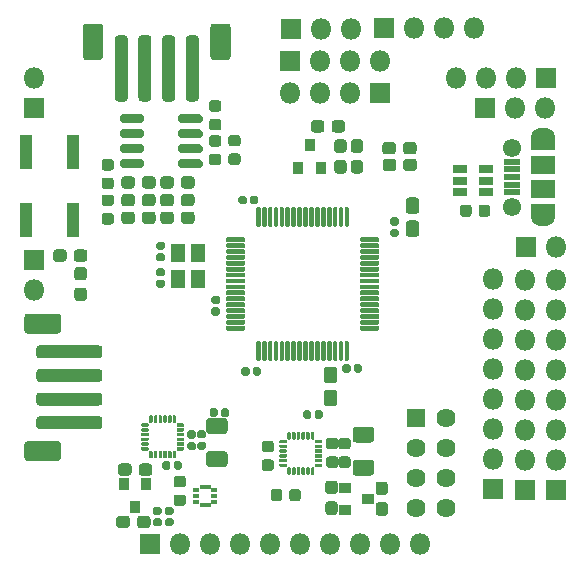
<source format=gbr>
%TF.GenerationSoftware,KiCad,Pcbnew,(5.1.6)-1*%
%TF.CreationDate,2020-08-20T16:43:32+07:00*%
%TF.ProjectId,drone_v3,64726f6e-655f-4763-932e-6b696361645f,rev?*%
%TF.SameCoordinates,Original*%
%TF.FileFunction,Soldermask,Top*%
%TF.FilePolarity,Negative*%
%FSLAX46Y46*%
G04 Gerber Fmt 4.6, Leading zero omitted, Abs format (unit mm)*
G04 Created by KiCad (PCBNEW (5.1.6)-1) date 2020-08-20 16:43:32*
%MOMM*%
%LPD*%
G01*
G04 APERTURE LIST*
%ADD10C,1.624000*%
%ADD11R,1.624000X1.624000*%
%ADD12O,1.800000X1.800000*%
%ADD13R,1.800000X1.800000*%
%ADD14R,0.480000X0.450000*%
%ADD15R,0.900000X1.000000*%
%ADD16R,1.000000X0.900000*%
%ADD17R,1.300000X1.500000*%
%ADD18R,1.160000X0.750000*%
%ADD19R,1.100000X2.850000*%
%ADD20R,2.000000X1.600000*%
%ADD21C,1.550000*%
%ADD22R,1.450000X0.500000*%
%ADD23O,2.000000X1.300000*%
%ADD24R,2.000000X1.300000*%
G04 APERTURE END LIST*
D10*
%TO.C,U6*%
X141710000Y-124940000D03*
X139170000Y-124940000D03*
X141710000Y-122400000D03*
X139170000Y-122400000D03*
X141710000Y-119860000D03*
X139170000Y-119860000D03*
X141710000Y-117320000D03*
D11*
X139170000Y-117320000D03*
%TD*%
D12*
%TO.C,J6*%
X142575000Y-88595000D03*
X145115000Y-88595000D03*
X147655000Y-88595000D03*
D13*
X150195000Y-88595000D03*
%TD*%
D12*
%TO.C,J4*%
X128575000Y-89825000D03*
X131115000Y-89825000D03*
X133655000Y-89825000D03*
D13*
X136195000Y-89825000D03*
%TD*%
D14*
%TO.C,U7*%
X121125000Y-124690000D03*
X121625000Y-124690000D03*
X122140000Y-124425000D03*
X122140000Y-123925000D03*
X122140000Y-123425000D03*
X121625000Y-123160000D03*
X121125000Y-123160000D03*
X120610000Y-123425000D03*
X120610000Y-123925000D03*
X120610000Y-124425000D03*
%TD*%
%TO.C,R1*%
G36*
G01*
X130335000Y-116867500D02*
X130335000Y-117262500D01*
G75*
G02*
X130162500Y-117435000I-172500J0D01*
G01*
X129817500Y-117435000D01*
G75*
G02*
X129645000Y-117262500I0J172500D01*
G01*
X129645000Y-116867500D01*
G75*
G02*
X129817500Y-116695000I172500J0D01*
G01*
X130162500Y-116695000D01*
G75*
G02*
X130335000Y-116867500I0J-172500D01*
G01*
G37*
G36*
G01*
X131305000Y-116867500D02*
X131305000Y-117262500D01*
G75*
G02*
X131132500Y-117435000I-172500J0D01*
G01*
X130787500Y-117435000D01*
G75*
G02*
X130615000Y-117262500I0J172500D01*
G01*
X130615000Y-116867500D01*
G75*
G02*
X130787500Y-116695000I172500J0D01*
G01*
X131132500Y-116695000D01*
G75*
G02*
X131305000Y-116867500I0J-172500D01*
G01*
G37*
%TD*%
%TO.C,C20*%
G36*
G01*
X137582500Y-101055000D02*
X137187500Y-101055000D01*
G75*
G02*
X137015000Y-100882500I0J172500D01*
G01*
X137015000Y-100537500D01*
G75*
G02*
X137187500Y-100365000I172500J0D01*
G01*
X137582500Y-100365000D01*
G75*
G02*
X137755000Y-100537500I0J-172500D01*
G01*
X137755000Y-100882500D01*
G75*
G02*
X137582500Y-101055000I-172500J0D01*
G01*
G37*
G36*
G01*
X137582500Y-102025000D02*
X137187500Y-102025000D01*
G75*
G02*
X137015000Y-101852500I0J172500D01*
G01*
X137015000Y-101507500D01*
G75*
G02*
X137187500Y-101335000I172500J0D01*
G01*
X137582500Y-101335000D01*
G75*
G02*
X137755000Y-101507500I0J-172500D01*
G01*
X137755000Y-101852500D01*
G75*
G02*
X137582500Y-102025000I-172500J0D01*
G01*
G37*
%TD*%
%TO.C,C34*%
G36*
G01*
X122990000Y-118700000D02*
X121680000Y-118700000D01*
G75*
G02*
X121410000Y-118430000I0J270000D01*
G01*
X121410000Y-117620000D01*
G75*
G02*
X121680000Y-117350000I270000J0D01*
G01*
X122990000Y-117350000D01*
G75*
G02*
X123260000Y-117620000I0J-270000D01*
G01*
X123260000Y-118430000D01*
G75*
G02*
X122990000Y-118700000I-270000J0D01*
G01*
G37*
G36*
G01*
X122990000Y-121500000D02*
X121680000Y-121500000D01*
G75*
G02*
X121410000Y-121230000I0J270000D01*
G01*
X121410000Y-120420000D01*
G75*
G02*
X121680000Y-120150000I270000J0D01*
G01*
X122990000Y-120150000D01*
G75*
G02*
X123260000Y-120420000I0J-270000D01*
G01*
X123260000Y-121230000D01*
G75*
G02*
X122990000Y-121500000I-270000J0D01*
G01*
G37*
%TD*%
%TO.C,C33*%
G36*
G01*
X115125000Y-121452500D02*
X115125000Y-121977500D01*
G75*
G02*
X114862500Y-122240000I-262500J0D01*
G01*
X114237500Y-122240000D01*
G75*
G02*
X113975000Y-121977500I0J262500D01*
G01*
X113975000Y-121452500D01*
G75*
G02*
X114237500Y-121190000I262500J0D01*
G01*
X114862500Y-121190000D01*
G75*
G02*
X115125000Y-121452500I0J-262500D01*
G01*
G37*
G36*
G01*
X116875000Y-121452500D02*
X116875000Y-121977500D01*
G75*
G02*
X116612500Y-122240000I-262500J0D01*
G01*
X115987500Y-122240000D01*
G75*
G02*
X115725000Y-121977500I0J262500D01*
G01*
X115725000Y-121452500D01*
G75*
G02*
X115987500Y-121190000I262500J0D01*
G01*
X116612500Y-121190000D01*
G75*
G02*
X116875000Y-121452500I0J-262500D01*
G01*
G37*
%TD*%
%TO.C,C23*%
G36*
G01*
X120397500Y-119095000D02*
X120002500Y-119095000D01*
G75*
G02*
X119830000Y-118922500I0J172500D01*
G01*
X119830000Y-118577500D01*
G75*
G02*
X120002500Y-118405000I172500J0D01*
G01*
X120397500Y-118405000D01*
G75*
G02*
X120570000Y-118577500I0J-172500D01*
G01*
X120570000Y-118922500D01*
G75*
G02*
X120397500Y-119095000I-172500J0D01*
G01*
G37*
G36*
G01*
X120397500Y-120065000D02*
X120002500Y-120065000D01*
G75*
G02*
X119830000Y-119892500I0J172500D01*
G01*
X119830000Y-119547500D01*
G75*
G02*
X120002500Y-119375000I172500J0D01*
G01*
X120397500Y-119375000D01*
G75*
G02*
X120570000Y-119547500I0J-172500D01*
G01*
X120570000Y-119892500D01*
G75*
G02*
X120397500Y-120065000I-172500J0D01*
G01*
G37*
%TD*%
%TO.C,C25*%
G36*
G01*
X118690000Y-121547500D02*
X118690000Y-121152500D01*
G75*
G02*
X118862500Y-120980000I172500J0D01*
G01*
X119207500Y-120980000D01*
G75*
G02*
X119380000Y-121152500I0J-172500D01*
G01*
X119380000Y-121547500D01*
G75*
G02*
X119207500Y-121720000I-172500J0D01*
G01*
X118862500Y-121720000D01*
G75*
G02*
X118690000Y-121547500I0J172500D01*
G01*
G37*
G36*
G01*
X117720000Y-121547500D02*
X117720000Y-121152500D01*
G75*
G02*
X117892500Y-120980000I172500J0D01*
G01*
X118237500Y-120980000D01*
G75*
G02*
X118410000Y-121152500I0J-172500D01*
G01*
X118410000Y-121547500D01*
G75*
G02*
X118237500Y-121720000I-172500J0D01*
G01*
X117892500Y-121720000D01*
G75*
G02*
X117720000Y-121547500I0J172500D01*
G01*
G37*
%TD*%
%TO.C,C24*%
G36*
G01*
X121247500Y-119075000D02*
X120852500Y-119075000D01*
G75*
G02*
X120680000Y-118902500I0J172500D01*
G01*
X120680000Y-118557500D01*
G75*
G02*
X120852500Y-118385000I172500J0D01*
G01*
X121247500Y-118385000D01*
G75*
G02*
X121420000Y-118557500I0J-172500D01*
G01*
X121420000Y-118902500D01*
G75*
G02*
X121247500Y-119075000I-172500J0D01*
G01*
G37*
G36*
G01*
X121247500Y-120045000D02*
X120852500Y-120045000D01*
G75*
G02*
X120680000Y-119872500I0J172500D01*
G01*
X120680000Y-119527500D01*
G75*
G02*
X120852500Y-119355000I172500J0D01*
G01*
X121247500Y-119355000D01*
G75*
G02*
X121420000Y-119527500I0J-172500D01*
G01*
X121420000Y-119872500D01*
G75*
G02*
X121247500Y-120045000I-172500J0D01*
G01*
G37*
%TD*%
%TO.C,R16*%
G36*
G01*
X122410000Y-116702500D02*
X122410000Y-117097500D01*
G75*
G02*
X122237500Y-117270000I-172500J0D01*
G01*
X121892500Y-117270000D01*
G75*
G02*
X121720000Y-117097500I0J172500D01*
G01*
X121720000Y-116702500D01*
G75*
G02*
X121892500Y-116530000I172500J0D01*
G01*
X122237500Y-116530000D01*
G75*
G02*
X122410000Y-116702500I0J-172500D01*
G01*
G37*
G36*
G01*
X123380000Y-116702500D02*
X123380000Y-117097500D01*
G75*
G02*
X123207500Y-117270000I-172500J0D01*
G01*
X122862500Y-117270000D01*
G75*
G02*
X122690000Y-117097500I0J172500D01*
G01*
X122690000Y-116702500D01*
G75*
G02*
X122862500Y-116530000I172500J0D01*
G01*
X123207500Y-116530000D01*
G75*
G02*
X123380000Y-116702500I0J-172500D01*
G01*
G37*
%TD*%
D15*
%TO.C,U8*%
X115400000Y-124900000D03*
X114450000Y-122900000D03*
X116350000Y-122900000D03*
%TD*%
%TO.C,U10*%
G36*
G01*
X116825000Y-117775000D02*
X116675000Y-117775000D01*
G75*
G02*
X116600000Y-117700000I0J75000D01*
G01*
X116600000Y-117200000D01*
G75*
G02*
X116675000Y-117125000I75000J0D01*
G01*
X116825000Y-117125000D01*
G75*
G02*
X116900000Y-117200000I0J-75000D01*
G01*
X116900000Y-117700000D01*
G75*
G02*
X116825000Y-117775000I-75000J0D01*
G01*
G37*
G36*
G01*
X117225000Y-117775000D02*
X117075000Y-117775000D01*
G75*
G02*
X117000000Y-117700000I0J75000D01*
G01*
X117000000Y-117200000D01*
G75*
G02*
X117075000Y-117125000I75000J0D01*
G01*
X117225000Y-117125000D01*
G75*
G02*
X117300000Y-117200000I0J-75000D01*
G01*
X117300000Y-117700000D01*
G75*
G02*
X117225000Y-117775000I-75000J0D01*
G01*
G37*
G36*
G01*
X117625000Y-117775000D02*
X117475000Y-117775000D01*
G75*
G02*
X117400000Y-117700000I0J75000D01*
G01*
X117400000Y-117200000D01*
G75*
G02*
X117475000Y-117125000I75000J0D01*
G01*
X117625000Y-117125000D01*
G75*
G02*
X117700000Y-117200000I0J-75000D01*
G01*
X117700000Y-117700000D01*
G75*
G02*
X117625000Y-117775000I-75000J0D01*
G01*
G37*
G36*
G01*
X118025000Y-117775000D02*
X117875000Y-117775000D01*
G75*
G02*
X117800000Y-117700000I0J75000D01*
G01*
X117800000Y-117200000D01*
G75*
G02*
X117875000Y-117125000I75000J0D01*
G01*
X118025000Y-117125000D01*
G75*
G02*
X118100000Y-117200000I0J-75000D01*
G01*
X118100000Y-117700000D01*
G75*
G02*
X118025000Y-117775000I-75000J0D01*
G01*
G37*
G36*
G01*
X118425000Y-117775000D02*
X118275000Y-117775000D01*
G75*
G02*
X118200000Y-117700000I0J75000D01*
G01*
X118200000Y-117200000D01*
G75*
G02*
X118275000Y-117125000I75000J0D01*
G01*
X118425000Y-117125000D01*
G75*
G02*
X118500000Y-117200000I0J-75000D01*
G01*
X118500000Y-117700000D01*
G75*
G02*
X118425000Y-117775000I-75000J0D01*
G01*
G37*
G36*
G01*
X118825000Y-117775000D02*
X118675000Y-117775000D01*
G75*
G02*
X118600000Y-117700000I0J75000D01*
G01*
X118600000Y-117200000D01*
G75*
G02*
X118675000Y-117125000I75000J0D01*
G01*
X118825000Y-117125000D01*
G75*
G02*
X118900000Y-117200000I0J-75000D01*
G01*
X118900000Y-117700000D01*
G75*
G02*
X118825000Y-117775000I-75000J0D01*
G01*
G37*
G36*
G01*
X118925000Y-118025000D02*
X118925000Y-117875000D01*
G75*
G02*
X119000000Y-117800000I75000J0D01*
G01*
X119500000Y-117800000D01*
G75*
G02*
X119575000Y-117875000I0J-75000D01*
G01*
X119575000Y-118025000D01*
G75*
G02*
X119500000Y-118100000I-75000J0D01*
G01*
X119000000Y-118100000D01*
G75*
G02*
X118925000Y-118025000I0J75000D01*
G01*
G37*
G36*
G01*
X118925000Y-118425000D02*
X118925000Y-118275000D01*
G75*
G02*
X119000000Y-118200000I75000J0D01*
G01*
X119500000Y-118200000D01*
G75*
G02*
X119575000Y-118275000I0J-75000D01*
G01*
X119575000Y-118425000D01*
G75*
G02*
X119500000Y-118500000I-75000J0D01*
G01*
X119000000Y-118500000D01*
G75*
G02*
X118925000Y-118425000I0J75000D01*
G01*
G37*
G36*
G01*
X118925000Y-118825000D02*
X118925000Y-118675000D01*
G75*
G02*
X119000000Y-118600000I75000J0D01*
G01*
X119500000Y-118600000D01*
G75*
G02*
X119575000Y-118675000I0J-75000D01*
G01*
X119575000Y-118825000D01*
G75*
G02*
X119500000Y-118900000I-75000J0D01*
G01*
X119000000Y-118900000D01*
G75*
G02*
X118925000Y-118825000I0J75000D01*
G01*
G37*
G36*
G01*
X118925000Y-119225000D02*
X118925000Y-119075000D01*
G75*
G02*
X119000000Y-119000000I75000J0D01*
G01*
X119500000Y-119000000D01*
G75*
G02*
X119575000Y-119075000I0J-75000D01*
G01*
X119575000Y-119225000D01*
G75*
G02*
X119500000Y-119300000I-75000J0D01*
G01*
X119000000Y-119300000D01*
G75*
G02*
X118925000Y-119225000I0J75000D01*
G01*
G37*
G36*
G01*
X118925000Y-119625000D02*
X118925000Y-119475000D01*
G75*
G02*
X119000000Y-119400000I75000J0D01*
G01*
X119500000Y-119400000D01*
G75*
G02*
X119575000Y-119475000I0J-75000D01*
G01*
X119575000Y-119625000D01*
G75*
G02*
X119500000Y-119700000I-75000J0D01*
G01*
X119000000Y-119700000D01*
G75*
G02*
X118925000Y-119625000I0J75000D01*
G01*
G37*
G36*
G01*
X118925000Y-120025000D02*
X118925000Y-119875000D01*
G75*
G02*
X119000000Y-119800000I75000J0D01*
G01*
X119500000Y-119800000D01*
G75*
G02*
X119575000Y-119875000I0J-75000D01*
G01*
X119575000Y-120025000D01*
G75*
G02*
X119500000Y-120100000I-75000J0D01*
G01*
X119000000Y-120100000D01*
G75*
G02*
X118925000Y-120025000I0J75000D01*
G01*
G37*
G36*
G01*
X118825000Y-120775000D02*
X118675000Y-120775000D01*
G75*
G02*
X118600000Y-120700000I0J75000D01*
G01*
X118600000Y-120200000D01*
G75*
G02*
X118675000Y-120125000I75000J0D01*
G01*
X118825000Y-120125000D01*
G75*
G02*
X118900000Y-120200000I0J-75000D01*
G01*
X118900000Y-120700000D01*
G75*
G02*
X118825000Y-120775000I-75000J0D01*
G01*
G37*
G36*
G01*
X118425000Y-120775000D02*
X118275000Y-120775000D01*
G75*
G02*
X118200000Y-120700000I0J75000D01*
G01*
X118200000Y-120200000D01*
G75*
G02*
X118275000Y-120125000I75000J0D01*
G01*
X118425000Y-120125000D01*
G75*
G02*
X118500000Y-120200000I0J-75000D01*
G01*
X118500000Y-120700000D01*
G75*
G02*
X118425000Y-120775000I-75000J0D01*
G01*
G37*
G36*
G01*
X118025000Y-120775000D02*
X117875000Y-120775000D01*
G75*
G02*
X117800000Y-120700000I0J75000D01*
G01*
X117800000Y-120200000D01*
G75*
G02*
X117875000Y-120125000I75000J0D01*
G01*
X118025000Y-120125000D01*
G75*
G02*
X118100000Y-120200000I0J-75000D01*
G01*
X118100000Y-120700000D01*
G75*
G02*
X118025000Y-120775000I-75000J0D01*
G01*
G37*
G36*
G01*
X117625000Y-120775000D02*
X117475000Y-120775000D01*
G75*
G02*
X117400000Y-120700000I0J75000D01*
G01*
X117400000Y-120200000D01*
G75*
G02*
X117475000Y-120125000I75000J0D01*
G01*
X117625000Y-120125000D01*
G75*
G02*
X117700000Y-120200000I0J-75000D01*
G01*
X117700000Y-120700000D01*
G75*
G02*
X117625000Y-120775000I-75000J0D01*
G01*
G37*
G36*
G01*
X117225000Y-120775000D02*
X117075000Y-120775000D01*
G75*
G02*
X117000000Y-120700000I0J75000D01*
G01*
X117000000Y-120200000D01*
G75*
G02*
X117075000Y-120125000I75000J0D01*
G01*
X117225000Y-120125000D01*
G75*
G02*
X117300000Y-120200000I0J-75000D01*
G01*
X117300000Y-120700000D01*
G75*
G02*
X117225000Y-120775000I-75000J0D01*
G01*
G37*
G36*
G01*
X116825000Y-120775000D02*
X116675000Y-120775000D01*
G75*
G02*
X116600000Y-120700000I0J75000D01*
G01*
X116600000Y-120200000D01*
G75*
G02*
X116675000Y-120125000I75000J0D01*
G01*
X116825000Y-120125000D01*
G75*
G02*
X116900000Y-120200000I0J-75000D01*
G01*
X116900000Y-120700000D01*
G75*
G02*
X116825000Y-120775000I-75000J0D01*
G01*
G37*
G36*
G01*
X115925000Y-120025000D02*
X115925000Y-119875000D01*
G75*
G02*
X116000000Y-119800000I75000J0D01*
G01*
X116500000Y-119800000D01*
G75*
G02*
X116575000Y-119875000I0J-75000D01*
G01*
X116575000Y-120025000D01*
G75*
G02*
X116500000Y-120100000I-75000J0D01*
G01*
X116000000Y-120100000D01*
G75*
G02*
X115925000Y-120025000I0J75000D01*
G01*
G37*
G36*
G01*
X115925000Y-119625000D02*
X115925000Y-119475000D01*
G75*
G02*
X116000000Y-119400000I75000J0D01*
G01*
X116500000Y-119400000D01*
G75*
G02*
X116575000Y-119475000I0J-75000D01*
G01*
X116575000Y-119625000D01*
G75*
G02*
X116500000Y-119700000I-75000J0D01*
G01*
X116000000Y-119700000D01*
G75*
G02*
X115925000Y-119625000I0J75000D01*
G01*
G37*
G36*
G01*
X115925000Y-119225000D02*
X115925000Y-119075000D01*
G75*
G02*
X116000000Y-119000000I75000J0D01*
G01*
X116500000Y-119000000D01*
G75*
G02*
X116575000Y-119075000I0J-75000D01*
G01*
X116575000Y-119225000D01*
G75*
G02*
X116500000Y-119300000I-75000J0D01*
G01*
X116000000Y-119300000D01*
G75*
G02*
X115925000Y-119225000I0J75000D01*
G01*
G37*
G36*
G01*
X115925000Y-118825000D02*
X115925000Y-118675000D01*
G75*
G02*
X116000000Y-118600000I75000J0D01*
G01*
X116500000Y-118600000D01*
G75*
G02*
X116575000Y-118675000I0J-75000D01*
G01*
X116575000Y-118825000D01*
G75*
G02*
X116500000Y-118900000I-75000J0D01*
G01*
X116000000Y-118900000D01*
G75*
G02*
X115925000Y-118825000I0J75000D01*
G01*
G37*
G36*
G01*
X115925000Y-118425000D02*
X115925000Y-118275000D01*
G75*
G02*
X116000000Y-118200000I75000J0D01*
G01*
X116500000Y-118200000D01*
G75*
G02*
X116575000Y-118275000I0J-75000D01*
G01*
X116575000Y-118425000D01*
G75*
G02*
X116500000Y-118500000I-75000J0D01*
G01*
X116000000Y-118500000D01*
G75*
G02*
X115925000Y-118425000I0J75000D01*
G01*
G37*
G36*
G01*
X115925000Y-118025000D02*
X115925000Y-117875000D01*
G75*
G02*
X116000000Y-117800000I75000J0D01*
G01*
X116500000Y-117800000D01*
G75*
G02*
X116575000Y-117875000I0J-75000D01*
G01*
X116575000Y-118025000D01*
G75*
G02*
X116500000Y-118100000I-75000J0D01*
G01*
X116000000Y-118100000D01*
G75*
G02*
X115925000Y-118025000I0J75000D01*
G01*
G37*
%TD*%
%TO.C,C32*%
G36*
G01*
X114975000Y-125887500D02*
X114975000Y-126412500D01*
G75*
G02*
X114712500Y-126675000I-262500J0D01*
G01*
X114087500Y-126675000D01*
G75*
G02*
X113825000Y-126412500I0J262500D01*
G01*
X113825000Y-125887500D01*
G75*
G02*
X114087500Y-125625000I262500J0D01*
G01*
X114712500Y-125625000D01*
G75*
G02*
X114975000Y-125887500I0J-262500D01*
G01*
G37*
G36*
G01*
X116725000Y-125887500D02*
X116725000Y-126412500D01*
G75*
G02*
X116462500Y-126675000I-262500J0D01*
G01*
X115837500Y-126675000D01*
G75*
G02*
X115575000Y-126412500I0J262500D01*
G01*
X115575000Y-125887500D01*
G75*
G02*
X115837500Y-125625000I262500J0D01*
G01*
X116462500Y-125625000D01*
G75*
G02*
X116725000Y-125887500I0J-262500D01*
G01*
G37*
%TD*%
%TO.C,C32*%
G36*
G01*
X122481250Y-91425000D02*
X121918750Y-91425000D01*
G75*
G02*
X121675000Y-91181250I0J243750D01*
G01*
X121675000Y-90693750D01*
G75*
G02*
X121918750Y-90450000I243750J0D01*
G01*
X122481250Y-90450000D01*
G75*
G02*
X122725000Y-90693750I0J-243750D01*
G01*
X122725000Y-91181250D01*
G75*
G02*
X122481250Y-91425000I-243750J0D01*
G01*
G37*
G36*
G01*
X122481250Y-93000000D02*
X121918750Y-93000000D01*
G75*
G02*
X121675000Y-92756250I0J243750D01*
G01*
X121675000Y-92268750D01*
G75*
G02*
X121918750Y-92025000I243750J0D01*
G01*
X122481250Y-92025000D01*
G75*
G02*
X122725000Y-92268750I0J-243750D01*
G01*
X122725000Y-92756250D01*
G75*
G02*
X122481250Y-93000000I-243750J0D01*
G01*
G37*
%TD*%
%TO.C,C6*%
G36*
G01*
X139201191Y-100075000D02*
X138598809Y-100075000D01*
G75*
G02*
X138325000Y-99801191I0J273809D01*
G01*
X138325000Y-98948809D01*
G75*
G02*
X138598809Y-98675000I273809J0D01*
G01*
X139201191Y-98675000D01*
G75*
G02*
X139475000Y-98948809I0J-273809D01*
G01*
X139475000Y-99801191D01*
G75*
G02*
X139201191Y-100075000I-273809J0D01*
G01*
G37*
G36*
G01*
X139201191Y-102025000D02*
X138598809Y-102025000D01*
G75*
G02*
X138325000Y-101751191I0J273809D01*
G01*
X138325000Y-100898809D01*
G75*
G02*
X138598809Y-100625000I273809J0D01*
G01*
X139201191Y-100625000D01*
G75*
G02*
X139475000Y-100898809I0J-273809D01*
G01*
X139475000Y-101751191D01*
G75*
G02*
X139201191Y-102025000I-273809J0D01*
G01*
G37*
%TD*%
%TO.C,C5*%
G36*
G01*
X131673809Y-114950000D02*
X132276191Y-114950000D01*
G75*
G02*
X132550000Y-115223809I0J-273809D01*
G01*
X132550000Y-116076191D01*
G75*
G02*
X132276191Y-116350000I-273809J0D01*
G01*
X131673809Y-116350000D01*
G75*
G02*
X131400000Y-116076191I0J273809D01*
G01*
X131400000Y-115223809D01*
G75*
G02*
X131673809Y-114950000I273809J0D01*
G01*
G37*
G36*
G01*
X131673809Y-113000000D02*
X132276191Y-113000000D01*
G75*
G02*
X132550000Y-113273809I0J-273809D01*
G01*
X132550000Y-114126191D01*
G75*
G02*
X132276191Y-114400000I-273809J0D01*
G01*
X131673809Y-114400000D01*
G75*
G02*
X131400000Y-114126191I0J273809D01*
G01*
X131400000Y-113273809D01*
G75*
G02*
X131673809Y-113000000I273809J0D01*
G01*
G37*
%TD*%
%TO.C,C13*%
G36*
G01*
X133940000Y-113347500D02*
X133940000Y-112952500D01*
G75*
G02*
X134112500Y-112780000I172500J0D01*
G01*
X134457500Y-112780000D01*
G75*
G02*
X134630000Y-112952500I0J-172500D01*
G01*
X134630000Y-113347500D01*
G75*
G02*
X134457500Y-113520000I-172500J0D01*
G01*
X134112500Y-113520000D01*
G75*
G02*
X133940000Y-113347500I0J172500D01*
G01*
G37*
G36*
G01*
X132970000Y-113347500D02*
X132970000Y-112952500D01*
G75*
G02*
X133142500Y-112780000I172500J0D01*
G01*
X133487500Y-112780000D01*
G75*
G02*
X133660000Y-112952500I0J-172500D01*
G01*
X133660000Y-113347500D01*
G75*
G02*
X133487500Y-113520000I-172500J0D01*
G01*
X133142500Y-113520000D01*
G75*
G02*
X132970000Y-113347500I0J172500D01*
G01*
G37*
%TD*%
%TO.C,C14*%
G36*
G01*
X122447500Y-107710000D02*
X122052500Y-107710000D01*
G75*
G02*
X121880000Y-107537500I0J172500D01*
G01*
X121880000Y-107192500D01*
G75*
G02*
X122052500Y-107020000I172500J0D01*
G01*
X122447500Y-107020000D01*
G75*
G02*
X122620000Y-107192500I0J-172500D01*
G01*
X122620000Y-107537500D01*
G75*
G02*
X122447500Y-107710000I-172500J0D01*
G01*
G37*
G36*
G01*
X122447500Y-108680000D02*
X122052500Y-108680000D01*
G75*
G02*
X121880000Y-108507500I0J172500D01*
G01*
X121880000Y-108162500D01*
G75*
G02*
X122052500Y-107990000I172500J0D01*
G01*
X122447500Y-107990000D01*
G75*
G02*
X122620000Y-108162500I0J-172500D01*
G01*
X122620000Y-108507500D01*
G75*
G02*
X122447500Y-108680000I-172500J0D01*
G01*
G37*
%TD*%
%TO.C,C9*%
G36*
G01*
X125140000Y-99097500D02*
X125140000Y-98702500D01*
G75*
G02*
X125312500Y-98530000I172500J0D01*
G01*
X125657500Y-98530000D01*
G75*
G02*
X125830000Y-98702500I0J-172500D01*
G01*
X125830000Y-99097500D01*
G75*
G02*
X125657500Y-99270000I-172500J0D01*
G01*
X125312500Y-99270000D01*
G75*
G02*
X125140000Y-99097500I0J172500D01*
G01*
G37*
G36*
G01*
X124170000Y-99097500D02*
X124170000Y-98702500D01*
G75*
G02*
X124342500Y-98530000I172500J0D01*
G01*
X124687500Y-98530000D01*
G75*
G02*
X124860000Y-98702500I0J-172500D01*
G01*
X124860000Y-99097500D01*
G75*
G02*
X124687500Y-99270000I-172500J0D01*
G01*
X124342500Y-99270000D01*
G75*
G02*
X124170000Y-99097500I0J172500D01*
G01*
G37*
%TD*%
%TO.C,C8*%
G36*
G01*
X125110000Y-113202500D02*
X125110000Y-113597500D01*
G75*
G02*
X124937500Y-113770000I-172500J0D01*
G01*
X124592500Y-113770000D01*
G75*
G02*
X124420000Y-113597500I0J172500D01*
G01*
X124420000Y-113202500D01*
G75*
G02*
X124592500Y-113030000I172500J0D01*
G01*
X124937500Y-113030000D01*
G75*
G02*
X125110000Y-113202500I0J-172500D01*
G01*
G37*
G36*
G01*
X126080000Y-113202500D02*
X126080000Y-113597500D01*
G75*
G02*
X125907500Y-113770000I-172500J0D01*
G01*
X125562500Y-113770000D01*
G75*
G02*
X125390000Y-113597500I0J172500D01*
G01*
X125390000Y-113202500D01*
G75*
G02*
X125562500Y-113030000I172500J0D01*
G01*
X125907500Y-113030000D01*
G75*
G02*
X126080000Y-113202500I0J-172500D01*
G01*
G37*
%TD*%
%TO.C,C31*%
G36*
G01*
X117497500Y-125560000D02*
X117102500Y-125560000D01*
G75*
G02*
X116930000Y-125387500I0J172500D01*
G01*
X116930000Y-125042500D01*
G75*
G02*
X117102500Y-124870000I172500J0D01*
G01*
X117497500Y-124870000D01*
G75*
G02*
X117670000Y-125042500I0J-172500D01*
G01*
X117670000Y-125387500D01*
G75*
G02*
X117497500Y-125560000I-172500J0D01*
G01*
G37*
G36*
G01*
X117497500Y-126530000D02*
X117102500Y-126530000D01*
G75*
G02*
X116930000Y-126357500I0J172500D01*
G01*
X116930000Y-126012500D01*
G75*
G02*
X117102500Y-125840000I172500J0D01*
G01*
X117497500Y-125840000D01*
G75*
G02*
X117670000Y-126012500I0J-172500D01*
G01*
X117670000Y-126357500D01*
G75*
G02*
X117497500Y-126530000I-172500J0D01*
G01*
G37*
%TD*%
%TO.C,C27*%
G36*
G01*
X118497500Y-125560000D02*
X118102500Y-125560000D01*
G75*
G02*
X117930000Y-125387500I0J172500D01*
G01*
X117930000Y-125042500D01*
G75*
G02*
X118102500Y-124870000I172500J0D01*
G01*
X118497500Y-124870000D01*
G75*
G02*
X118670000Y-125042500I0J-172500D01*
G01*
X118670000Y-125387500D01*
G75*
G02*
X118497500Y-125560000I-172500J0D01*
G01*
G37*
G36*
G01*
X118497500Y-126530000D02*
X118102500Y-126530000D01*
G75*
G02*
X117930000Y-126357500I0J172500D01*
G01*
X117930000Y-126012500D01*
G75*
G02*
X118102500Y-125840000I172500J0D01*
G01*
X118497500Y-125840000D01*
G75*
G02*
X118670000Y-126012500I0J-172500D01*
G01*
X118670000Y-126357500D01*
G75*
G02*
X118497500Y-126530000I-172500J0D01*
G01*
G37*
%TD*%
D16*
%TO.C,U4*%
X135150000Y-124200000D03*
X133150000Y-125150000D03*
X133150000Y-123250000D03*
%TD*%
%TO.C,C30*%
G36*
G01*
X132312500Y-123800000D02*
X131787500Y-123800000D01*
G75*
G02*
X131525000Y-123537500I0J262500D01*
G01*
X131525000Y-122912500D01*
G75*
G02*
X131787500Y-122650000I262500J0D01*
G01*
X132312500Y-122650000D01*
G75*
G02*
X132575000Y-122912500I0J-262500D01*
G01*
X132575000Y-123537500D01*
G75*
G02*
X132312500Y-123800000I-262500J0D01*
G01*
G37*
G36*
G01*
X132312500Y-125550000D02*
X131787500Y-125550000D01*
G75*
G02*
X131525000Y-125287500I0J262500D01*
G01*
X131525000Y-124662500D01*
G75*
G02*
X131787500Y-124400000I262500J0D01*
G01*
X132312500Y-124400000D01*
G75*
G02*
X132575000Y-124662500I0J-262500D01*
G01*
X132575000Y-125287500D01*
G75*
G02*
X132312500Y-125550000I-262500J0D01*
G01*
G37*
%TD*%
%TO.C,C29*%
G36*
G01*
X136562500Y-123875000D02*
X136037500Y-123875000D01*
G75*
G02*
X135775000Y-123612500I0J262500D01*
G01*
X135775000Y-122987500D01*
G75*
G02*
X136037500Y-122725000I262500J0D01*
G01*
X136562500Y-122725000D01*
G75*
G02*
X136825000Y-122987500I0J-262500D01*
G01*
X136825000Y-123612500D01*
G75*
G02*
X136562500Y-123875000I-262500J0D01*
G01*
G37*
G36*
G01*
X136562500Y-125625000D02*
X136037500Y-125625000D01*
G75*
G02*
X135775000Y-125362500I0J262500D01*
G01*
X135775000Y-124737500D01*
G75*
G02*
X136037500Y-124475000I262500J0D01*
G01*
X136562500Y-124475000D01*
G75*
G02*
X136825000Y-124737500I0J-262500D01*
G01*
X136825000Y-125362500D01*
G75*
G02*
X136562500Y-125625000I-262500J0D01*
G01*
G37*
%TD*%
%TO.C,C28*%
G36*
G01*
X145485000Y-99518750D02*
X145485000Y-100081250D01*
G75*
G02*
X145241250Y-100325000I-243750J0D01*
G01*
X144753750Y-100325000D01*
G75*
G02*
X144510000Y-100081250I0J243750D01*
G01*
X144510000Y-99518750D01*
G75*
G02*
X144753750Y-99275000I243750J0D01*
G01*
X145241250Y-99275000D01*
G75*
G02*
X145485000Y-99518750I0J-243750D01*
G01*
G37*
G36*
G01*
X143910000Y-99518750D02*
X143910000Y-100081250D01*
G75*
G02*
X143666250Y-100325000I-243750J0D01*
G01*
X143178750Y-100325000D01*
G75*
G02*
X142935000Y-100081250I0J243750D01*
G01*
X142935000Y-99518750D01*
G75*
G02*
X143178750Y-99275000I243750J0D01*
G01*
X143666250Y-99275000D01*
G75*
G02*
X143910000Y-99518750I0J-243750D01*
G01*
G37*
%TD*%
%TO.C,C21*%
G36*
G01*
X135405000Y-119425000D02*
X134095000Y-119425000D01*
G75*
G02*
X133825000Y-119155000I0J270000D01*
G01*
X133825000Y-118345000D01*
G75*
G02*
X134095000Y-118075000I270000J0D01*
G01*
X135405000Y-118075000D01*
G75*
G02*
X135675000Y-118345000I0J-270000D01*
G01*
X135675000Y-119155000D01*
G75*
G02*
X135405000Y-119425000I-270000J0D01*
G01*
G37*
G36*
G01*
X135405000Y-122225000D02*
X134095000Y-122225000D01*
G75*
G02*
X133825000Y-121955000I0J270000D01*
G01*
X133825000Y-121145000D01*
G75*
G02*
X134095000Y-120875000I270000J0D01*
G01*
X135405000Y-120875000D01*
G75*
G02*
X135675000Y-121145000I0J-270000D01*
G01*
X135675000Y-121955000D01*
G75*
G02*
X135405000Y-122225000I-270000J0D01*
G01*
G37*
%TD*%
D12*
%TO.C,J7*%
X144120000Y-84350000D03*
X141580000Y-84350000D03*
X139040000Y-84350000D03*
D13*
X136500000Y-84350000D03*
%TD*%
%TO.C,J15*%
G36*
G01*
X113700000Y-90275000D02*
X113700000Y-85225000D01*
G75*
G02*
X113975000Y-84950000I275000J0D01*
G01*
X114525000Y-84950000D01*
G75*
G02*
X114800000Y-85225000I0J-275000D01*
G01*
X114800000Y-90275000D01*
G75*
G02*
X114525000Y-90550000I-275000J0D01*
G01*
X113975000Y-90550000D01*
G75*
G02*
X113700000Y-90275000I0J275000D01*
G01*
G37*
G36*
G01*
X115700000Y-90275000D02*
X115700000Y-85225000D01*
G75*
G02*
X115975000Y-84950000I275000J0D01*
G01*
X116525000Y-84950000D01*
G75*
G02*
X116800000Y-85225000I0J-275000D01*
G01*
X116800000Y-90275000D01*
G75*
G02*
X116525000Y-90550000I-275000J0D01*
G01*
X115975000Y-90550000D01*
G75*
G02*
X115700000Y-90275000I0J275000D01*
G01*
G37*
G36*
G01*
X117700000Y-90275000D02*
X117700000Y-85225000D01*
G75*
G02*
X117975000Y-84950000I275000J0D01*
G01*
X118525000Y-84950000D01*
G75*
G02*
X118800000Y-85225000I0J-275000D01*
G01*
X118800000Y-90275000D01*
G75*
G02*
X118525000Y-90550000I-275000J0D01*
G01*
X117975000Y-90550000D01*
G75*
G02*
X117700000Y-90275000I0J275000D01*
G01*
G37*
G36*
G01*
X119700000Y-90275000D02*
X119700000Y-85225000D01*
G75*
G02*
X119975000Y-84950000I275000J0D01*
G01*
X120525000Y-84950000D01*
G75*
G02*
X120800000Y-85225000I0J-275000D01*
G01*
X120800000Y-90275000D01*
G75*
G02*
X120525000Y-90550000I-275000J0D01*
G01*
X119975000Y-90550000D01*
G75*
G02*
X119700000Y-90275000I0J275000D01*
G01*
G37*
G36*
G01*
X111000000Y-86784375D02*
X111000000Y-84215625D01*
G75*
G02*
X111265625Y-83950000I265625J0D01*
G01*
X112434375Y-83950000D01*
G75*
G02*
X112700000Y-84215625I0J-265625D01*
G01*
X112700000Y-86784375D01*
G75*
G02*
X112434375Y-87050000I-265625J0D01*
G01*
X111265625Y-87050000D01*
G75*
G02*
X111000000Y-86784375I0J265625D01*
G01*
G37*
G36*
G01*
X121800000Y-86784375D02*
X121800000Y-84215625D01*
G75*
G02*
X122065625Y-83950000I265625J0D01*
G01*
X123234375Y-83950000D01*
G75*
G02*
X123500000Y-84215625I0J-265625D01*
G01*
X123500000Y-86784375D01*
G75*
G02*
X123234375Y-87050000I-265625J0D01*
G01*
X122065625Y-87050000D01*
G75*
G02*
X121800000Y-86784375I0J265625D01*
G01*
G37*
%TD*%
%TO.C,J8*%
G36*
G01*
X112375000Y-118300000D02*
X107325000Y-118300000D01*
G75*
G02*
X107050000Y-118025000I0J275000D01*
G01*
X107050000Y-117475000D01*
G75*
G02*
X107325000Y-117200000I275000J0D01*
G01*
X112375000Y-117200000D01*
G75*
G02*
X112650000Y-117475000I0J-275000D01*
G01*
X112650000Y-118025000D01*
G75*
G02*
X112375000Y-118300000I-275000J0D01*
G01*
G37*
G36*
G01*
X112375000Y-116300000D02*
X107325000Y-116300000D01*
G75*
G02*
X107050000Y-116025000I0J275000D01*
G01*
X107050000Y-115475000D01*
G75*
G02*
X107325000Y-115200000I275000J0D01*
G01*
X112375000Y-115200000D01*
G75*
G02*
X112650000Y-115475000I0J-275000D01*
G01*
X112650000Y-116025000D01*
G75*
G02*
X112375000Y-116300000I-275000J0D01*
G01*
G37*
G36*
G01*
X112375000Y-114300000D02*
X107325000Y-114300000D01*
G75*
G02*
X107050000Y-114025000I0J275000D01*
G01*
X107050000Y-113475000D01*
G75*
G02*
X107325000Y-113200000I275000J0D01*
G01*
X112375000Y-113200000D01*
G75*
G02*
X112650000Y-113475000I0J-275000D01*
G01*
X112650000Y-114025000D01*
G75*
G02*
X112375000Y-114300000I-275000J0D01*
G01*
G37*
G36*
G01*
X112375000Y-112300000D02*
X107325000Y-112300000D01*
G75*
G02*
X107050000Y-112025000I0J275000D01*
G01*
X107050000Y-111475000D01*
G75*
G02*
X107325000Y-111200000I275000J0D01*
G01*
X112375000Y-111200000D01*
G75*
G02*
X112650000Y-111475000I0J-275000D01*
G01*
X112650000Y-112025000D01*
G75*
G02*
X112375000Y-112300000I-275000J0D01*
G01*
G37*
G36*
G01*
X108884375Y-121000000D02*
X106315625Y-121000000D01*
G75*
G02*
X106050000Y-120734375I0J265625D01*
G01*
X106050000Y-119565625D01*
G75*
G02*
X106315625Y-119300000I265625J0D01*
G01*
X108884375Y-119300000D01*
G75*
G02*
X109150000Y-119565625I0J-265625D01*
G01*
X109150000Y-120734375D01*
G75*
G02*
X108884375Y-121000000I-265625J0D01*
G01*
G37*
G36*
G01*
X108884375Y-110200000D02*
X106315625Y-110200000D01*
G75*
G02*
X106050000Y-109934375I0J265625D01*
G01*
X106050000Y-108765625D01*
G75*
G02*
X106315625Y-108500000I265625J0D01*
G01*
X108884375Y-108500000D01*
G75*
G02*
X109150000Y-108765625I0J-265625D01*
G01*
X109150000Y-109934375D01*
G75*
G02*
X108884375Y-110200000I-265625J0D01*
G01*
G37*
%TD*%
%TO.C,C26*%
G36*
G01*
X133431250Y-120000000D02*
X132868750Y-120000000D01*
G75*
G02*
X132625000Y-119756250I0J243750D01*
G01*
X132625000Y-119268750D01*
G75*
G02*
X132868750Y-119025000I243750J0D01*
G01*
X133431250Y-119025000D01*
G75*
G02*
X133675000Y-119268750I0J-243750D01*
G01*
X133675000Y-119756250D01*
G75*
G02*
X133431250Y-120000000I-243750J0D01*
G01*
G37*
G36*
G01*
X133431250Y-121575000D02*
X132868750Y-121575000D01*
G75*
G02*
X132625000Y-121331250I0J243750D01*
G01*
X132625000Y-120843750D01*
G75*
G02*
X132868750Y-120600000I243750J0D01*
G01*
X133431250Y-120600000D01*
G75*
G02*
X133675000Y-120843750I0J-243750D01*
G01*
X133675000Y-121331250D01*
G75*
G02*
X133431250Y-121575000I-243750J0D01*
G01*
G37*
%TD*%
%TO.C,C22*%
G36*
G01*
X119481250Y-123225000D02*
X118918750Y-123225000D01*
G75*
G02*
X118675000Y-122981250I0J243750D01*
G01*
X118675000Y-122493750D01*
G75*
G02*
X118918750Y-122250000I243750J0D01*
G01*
X119481250Y-122250000D01*
G75*
G02*
X119725000Y-122493750I0J-243750D01*
G01*
X119725000Y-122981250D01*
G75*
G02*
X119481250Y-123225000I-243750J0D01*
G01*
G37*
G36*
G01*
X119481250Y-124800000D02*
X118918750Y-124800000D01*
G75*
G02*
X118675000Y-124556250I0J243750D01*
G01*
X118675000Y-124068750D01*
G75*
G02*
X118918750Y-123825000I243750J0D01*
G01*
X119481250Y-123825000D01*
G75*
G02*
X119725000Y-124068750I0J-243750D01*
G01*
X119725000Y-124556250D01*
G75*
G02*
X119481250Y-124800000I-243750J0D01*
G01*
G37*
%TD*%
%TO.C,U5*%
G36*
G01*
X119075000Y-92175000D02*
X119075000Y-91825000D01*
G75*
G02*
X119250000Y-91650000I175000J0D01*
G01*
X120950000Y-91650000D01*
G75*
G02*
X121125000Y-91825000I0J-175000D01*
G01*
X121125000Y-92175000D01*
G75*
G02*
X120950000Y-92350000I-175000J0D01*
G01*
X119250000Y-92350000D01*
G75*
G02*
X119075000Y-92175000I0J175000D01*
G01*
G37*
G36*
G01*
X119075000Y-93445000D02*
X119075000Y-93095000D01*
G75*
G02*
X119250000Y-92920000I175000J0D01*
G01*
X120950000Y-92920000D01*
G75*
G02*
X121125000Y-93095000I0J-175000D01*
G01*
X121125000Y-93445000D01*
G75*
G02*
X120950000Y-93620000I-175000J0D01*
G01*
X119250000Y-93620000D01*
G75*
G02*
X119075000Y-93445000I0J175000D01*
G01*
G37*
G36*
G01*
X119075000Y-94715000D02*
X119075000Y-94365000D01*
G75*
G02*
X119250000Y-94190000I175000J0D01*
G01*
X120950000Y-94190000D01*
G75*
G02*
X121125000Y-94365000I0J-175000D01*
G01*
X121125000Y-94715000D01*
G75*
G02*
X120950000Y-94890000I-175000J0D01*
G01*
X119250000Y-94890000D01*
G75*
G02*
X119075000Y-94715000I0J175000D01*
G01*
G37*
G36*
G01*
X119075000Y-95985000D02*
X119075000Y-95635000D01*
G75*
G02*
X119250000Y-95460000I175000J0D01*
G01*
X120950000Y-95460000D01*
G75*
G02*
X121125000Y-95635000I0J-175000D01*
G01*
X121125000Y-95985000D01*
G75*
G02*
X120950000Y-96160000I-175000J0D01*
G01*
X119250000Y-96160000D01*
G75*
G02*
X119075000Y-95985000I0J175000D01*
G01*
G37*
G36*
G01*
X114125000Y-95985000D02*
X114125000Y-95635000D01*
G75*
G02*
X114300000Y-95460000I175000J0D01*
G01*
X116000000Y-95460000D01*
G75*
G02*
X116175000Y-95635000I0J-175000D01*
G01*
X116175000Y-95985000D01*
G75*
G02*
X116000000Y-96160000I-175000J0D01*
G01*
X114300000Y-96160000D01*
G75*
G02*
X114125000Y-95985000I0J175000D01*
G01*
G37*
G36*
G01*
X114125000Y-94715000D02*
X114125000Y-94365000D01*
G75*
G02*
X114300000Y-94190000I175000J0D01*
G01*
X116000000Y-94190000D01*
G75*
G02*
X116175000Y-94365000I0J-175000D01*
G01*
X116175000Y-94715000D01*
G75*
G02*
X116000000Y-94890000I-175000J0D01*
G01*
X114300000Y-94890000D01*
G75*
G02*
X114125000Y-94715000I0J175000D01*
G01*
G37*
G36*
G01*
X114125000Y-93445000D02*
X114125000Y-93095000D01*
G75*
G02*
X114300000Y-92920000I175000J0D01*
G01*
X116000000Y-92920000D01*
G75*
G02*
X116175000Y-93095000I0J-175000D01*
G01*
X116175000Y-93445000D01*
G75*
G02*
X116000000Y-93620000I-175000J0D01*
G01*
X114300000Y-93620000D01*
G75*
G02*
X114125000Y-93445000I0J175000D01*
G01*
G37*
G36*
G01*
X114125000Y-92175000D02*
X114125000Y-91825000D01*
G75*
G02*
X114300000Y-91650000I175000J0D01*
G01*
X116000000Y-91650000D01*
G75*
G02*
X116175000Y-91825000I0J-175000D01*
G01*
X116175000Y-92175000D01*
G75*
G02*
X116000000Y-92350000I-175000J0D01*
G01*
X114300000Y-92350000D01*
G75*
G02*
X114125000Y-92175000I0J175000D01*
G01*
G37*
%TD*%
%TO.C,C2*%
G36*
G01*
X132381250Y-120000000D02*
X131818750Y-120000000D01*
G75*
G02*
X131575000Y-119756250I0J243750D01*
G01*
X131575000Y-119268750D01*
G75*
G02*
X131818750Y-119025000I243750J0D01*
G01*
X132381250Y-119025000D01*
G75*
G02*
X132625000Y-119268750I0J-243750D01*
G01*
X132625000Y-119756250D01*
G75*
G02*
X132381250Y-120000000I-243750J0D01*
G01*
G37*
G36*
G01*
X132381250Y-121575000D02*
X131818750Y-121575000D01*
G75*
G02*
X131575000Y-121331250I0J243750D01*
G01*
X131575000Y-120843750D01*
G75*
G02*
X131818750Y-120600000I243750J0D01*
G01*
X132381250Y-120600000D01*
G75*
G02*
X132625000Y-120843750I0J-243750D01*
G01*
X132625000Y-121331250D01*
G75*
G02*
X132381250Y-121575000I-243750J0D01*
G01*
G37*
%TD*%
%TO.C,C1*%
G36*
G01*
X126931250Y-120250000D02*
X126368750Y-120250000D01*
G75*
G02*
X126125000Y-120006250I0J243750D01*
G01*
X126125000Y-119518750D01*
G75*
G02*
X126368750Y-119275000I243750J0D01*
G01*
X126931250Y-119275000D01*
G75*
G02*
X127175000Y-119518750I0J-243750D01*
G01*
X127175000Y-120006250D01*
G75*
G02*
X126931250Y-120250000I-243750J0D01*
G01*
G37*
G36*
G01*
X126931250Y-121825000D02*
X126368750Y-121825000D01*
G75*
G02*
X126125000Y-121581250I0J243750D01*
G01*
X126125000Y-121093750D01*
G75*
G02*
X126368750Y-120850000I243750J0D01*
G01*
X126931250Y-120850000D01*
G75*
G02*
X127175000Y-121093750I0J-243750D01*
G01*
X127175000Y-121581250D01*
G75*
G02*
X126931250Y-121825000I-243750J0D01*
G01*
G37*
%TD*%
%TO.C,C7*%
G36*
G01*
X117772500Y-105350000D02*
X117377500Y-105350000D01*
G75*
G02*
X117205000Y-105177500I0J172500D01*
G01*
X117205000Y-104832500D01*
G75*
G02*
X117377500Y-104660000I172500J0D01*
G01*
X117772500Y-104660000D01*
G75*
G02*
X117945000Y-104832500I0J-172500D01*
G01*
X117945000Y-105177500D01*
G75*
G02*
X117772500Y-105350000I-172500J0D01*
G01*
G37*
G36*
G01*
X117772500Y-106320000D02*
X117377500Y-106320000D01*
G75*
G02*
X117205000Y-106147500I0J172500D01*
G01*
X117205000Y-105802500D01*
G75*
G02*
X117377500Y-105630000I172500J0D01*
G01*
X117772500Y-105630000D01*
G75*
G02*
X117945000Y-105802500I0J-172500D01*
G01*
X117945000Y-106147500D01*
G75*
G02*
X117772500Y-106320000I-172500J0D01*
G01*
G37*
%TD*%
%TO.C,C4*%
G36*
G01*
X117377500Y-103400000D02*
X117772500Y-103400000D01*
G75*
G02*
X117945000Y-103572500I0J-172500D01*
G01*
X117945000Y-103917500D01*
G75*
G02*
X117772500Y-104090000I-172500J0D01*
G01*
X117377500Y-104090000D01*
G75*
G02*
X117205000Y-103917500I0J172500D01*
G01*
X117205000Y-103572500D01*
G75*
G02*
X117377500Y-103400000I172500J0D01*
G01*
G37*
G36*
G01*
X117377500Y-102430000D02*
X117772500Y-102430000D01*
G75*
G02*
X117945000Y-102602500I0J-172500D01*
G01*
X117945000Y-102947500D01*
G75*
G02*
X117772500Y-103120000I-172500J0D01*
G01*
X117377500Y-103120000D01*
G75*
G02*
X117205000Y-102947500I0J172500D01*
G01*
X117205000Y-102602500D01*
G75*
G02*
X117377500Y-102430000I172500J0D01*
G01*
G37*
%TD*%
%TO.C,Rc_sbus1*%
G36*
G01*
X132537500Y-95500000D02*
X133062500Y-95500000D01*
G75*
G02*
X133325000Y-95762500I0J-262500D01*
G01*
X133325000Y-96387500D01*
G75*
G02*
X133062500Y-96650000I-262500J0D01*
G01*
X132537500Y-96650000D01*
G75*
G02*
X132275000Y-96387500I0J262500D01*
G01*
X132275000Y-95762500D01*
G75*
G02*
X132537500Y-95500000I262500J0D01*
G01*
G37*
G36*
G01*
X132537500Y-93750000D02*
X133062500Y-93750000D01*
G75*
G02*
X133325000Y-94012500I0J-262500D01*
G01*
X133325000Y-94637500D01*
G75*
G02*
X133062500Y-94900000I-262500J0D01*
G01*
X132537500Y-94900000D01*
G75*
G02*
X132275000Y-94637500I0J262500D01*
G01*
X132275000Y-94012500D01*
G75*
G02*
X132537500Y-93750000I262500J0D01*
G01*
G37*
%TD*%
%TO.C,Rb_sbus1*%
G36*
G01*
X133937500Y-95500000D02*
X134462500Y-95500000D01*
G75*
G02*
X134725000Y-95762500I0J-262500D01*
G01*
X134725000Y-96387500D01*
G75*
G02*
X134462500Y-96650000I-262500J0D01*
G01*
X133937500Y-96650000D01*
G75*
G02*
X133675000Y-96387500I0J262500D01*
G01*
X133675000Y-95762500D01*
G75*
G02*
X133937500Y-95500000I262500J0D01*
G01*
G37*
G36*
G01*
X133937500Y-93750000D02*
X134462500Y-93750000D01*
G75*
G02*
X134725000Y-94012500I0J-262500D01*
G01*
X134725000Y-94637500D01*
G75*
G02*
X134462500Y-94900000I-262500J0D01*
G01*
X133937500Y-94900000D01*
G75*
G02*
X133675000Y-94637500I0J262500D01*
G01*
X133675000Y-94012500D01*
G75*
G02*
X133937500Y-93750000I262500J0D01*
G01*
G37*
%TD*%
D12*
%TO.C,J3*%
X136195000Y-87125000D03*
X133655000Y-87125000D03*
X131115000Y-87125000D03*
D13*
X128575000Y-87125000D03*
%TD*%
D12*
%TO.C,J16*%
X133705000Y-84375000D03*
X131165000Y-84375000D03*
D13*
X128625000Y-84375000D03*
%TD*%
%TO.C,R11*%
G36*
G01*
X123543750Y-94950000D02*
X124106250Y-94950000D01*
G75*
G02*
X124350000Y-95193750I0J-243750D01*
G01*
X124350000Y-95681250D01*
G75*
G02*
X124106250Y-95925000I-243750J0D01*
G01*
X123543750Y-95925000D01*
G75*
G02*
X123300000Y-95681250I0J243750D01*
G01*
X123300000Y-95193750D01*
G75*
G02*
X123543750Y-94950000I243750J0D01*
G01*
G37*
G36*
G01*
X123543750Y-93375000D02*
X124106250Y-93375000D01*
G75*
G02*
X124350000Y-93618750I0J-243750D01*
G01*
X124350000Y-94106250D01*
G75*
G02*
X124106250Y-94350000I-243750J0D01*
G01*
X123543750Y-94350000D01*
G75*
G02*
X123300000Y-94106250I0J243750D01*
G01*
X123300000Y-93618750D01*
G75*
G02*
X123543750Y-93375000I243750J0D01*
G01*
G37*
%TD*%
%TO.C,R10*%
G36*
G01*
X121918750Y-94975000D02*
X122481250Y-94975000D01*
G75*
G02*
X122725000Y-95218750I0J-243750D01*
G01*
X122725000Y-95706250D01*
G75*
G02*
X122481250Y-95950000I-243750J0D01*
G01*
X121918750Y-95950000D01*
G75*
G02*
X121675000Y-95706250I0J243750D01*
G01*
X121675000Y-95218750D01*
G75*
G02*
X121918750Y-94975000I243750J0D01*
G01*
G37*
G36*
G01*
X121918750Y-93400000D02*
X122481250Y-93400000D01*
G75*
G02*
X122725000Y-93643750I0J-243750D01*
G01*
X122725000Y-94131250D01*
G75*
G02*
X122481250Y-94375000I-243750J0D01*
G01*
X121918750Y-94375000D01*
G75*
G02*
X121675000Y-94131250I0J243750D01*
G01*
X121675000Y-93643750D01*
G75*
G02*
X121918750Y-93400000I243750J0D01*
G01*
G37*
%TD*%
%TO.C,C3*%
G36*
G01*
X128462500Y-124156250D02*
X128462500Y-123593750D01*
G75*
G02*
X128706250Y-123350000I243750J0D01*
G01*
X129193750Y-123350000D01*
G75*
G02*
X129437500Y-123593750I0J-243750D01*
G01*
X129437500Y-124156250D01*
G75*
G02*
X129193750Y-124400000I-243750J0D01*
G01*
X128706250Y-124400000D01*
G75*
G02*
X128462500Y-124156250I0J243750D01*
G01*
G37*
G36*
G01*
X126887500Y-124156250D02*
X126887500Y-123593750D01*
G75*
G02*
X127131250Y-123350000I243750J0D01*
G01*
X127618750Y-123350000D01*
G75*
G02*
X127862500Y-123593750I0J-243750D01*
G01*
X127862500Y-124156250D01*
G75*
G02*
X127618750Y-124400000I-243750J0D01*
G01*
X127131250Y-124400000D01*
G75*
G02*
X126887500Y-124156250I0J243750D01*
G01*
G37*
%TD*%
%TO.C,U3*%
G36*
G01*
X127625000Y-119425000D02*
X127625000Y-119275000D01*
G75*
G02*
X127700000Y-119200000I75000J0D01*
G01*
X128200000Y-119200000D01*
G75*
G02*
X128275000Y-119275000I0J-75000D01*
G01*
X128275000Y-119425000D01*
G75*
G02*
X128200000Y-119500000I-75000J0D01*
G01*
X127700000Y-119500000D01*
G75*
G02*
X127625000Y-119425000I0J75000D01*
G01*
G37*
G36*
G01*
X127625000Y-119825000D02*
X127625000Y-119675000D01*
G75*
G02*
X127700000Y-119600000I75000J0D01*
G01*
X128200000Y-119600000D01*
G75*
G02*
X128275000Y-119675000I0J-75000D01*
G01*
X128275000Y-119825000D01*
G75*
G02*
X128200000Y-119900000I-75000J0D01*
G01*
X127700000Y-119900000D01*
G75*
G02*
X127625000Y-119825000I0J75000D01*
G01*
G37*
G36*
G01*
X127625000Y-120225000D02*
X127625000Y-120075000D01*
G75*
G02*
X127700000Y-120000000I75000J0D01*
G01*
X128200000Y-120000000D01*
G75*
G02*
X128275000Y-120075000I0J-75000D01*
G01*
X128275000Y-120225000D01*
G75*
G02*
X128200000Y-120300000I-75000J0D01*
G01*
X127700000Y-120300000D01*
G75*
G02*
X127625000Y-120225000I0J75000D01*
G01*
G37*
G36*
G01*
X127625000Y-120625000D02*
X127625000Y-120475000D01*
G75*
G02*
X127700000Y-120400000I75000J0D01*
G01*
X128200000Y-120400000D01*
G75*
G02*
X128275000Y-120475000I0J-75000D01*
G01*
X128275000Y-120625000D01*
G75*
G02*
X128200000Y-120700000I-75000J0D01*
G01*
X127700000Y-120700000D01*
G75*
G02*
X127625000Y-120625000I0J75000D01*
G01*
G37*
G36*
G01*
X127625000Y-121025000D02*
X127625000Y-120875000D01*
G75*
G02*
X127700000Y-120800000I75000J0D01*
G01*
X128200000Y-120800000D01*
G75*
G02*
X128275000Y-120875000I0J-75000D01*
G01*
X128275000Y-121025000D01*
G75*
G02*
X128200000Y-121100000I-75000J0D01*
G01*
X127700000Y-121100000D01*
G75*
G02*
X127625000Y-121025000I0J75000D01*
G01*
G37*
G36*
G01*
X127625000Y-121425000D02*
X127625000Y-121275000D01*
G75*
G02*
X127700000Y-121200000I75000J0D01*
G01*
X128200000Y-121200000D01*
G75*
G02*
X128275000Y-121275000I0J-75000D01*
G01*
X128275000Y-121425000D01*
G75*
G02*
X128200000Y-121500000I-75000J0D01*
G01*
X127700000Y-121500000D01*
G75*
G02*
X127625000Y-121425000I0J75000D01*
G01*
G37*
G36*
G01*
X128525000Y-122175000D02*
X128375000Y-122175000D01*
G75*
G02*
X128300000Y-122100000I0J75000D01*
G01*
X128300000Y-121600000D01*
G75*
G02*
X128375000Y-121525000I75000J0D01*
G01*
X128525000Y-121525000D01*
G75*
G02*
X128600000Y-121600000I0J-75000D01*
G01*
X128600000Y-122100000D01*
G75*
G02*
X128525000Y-122175000I-75000J0D01*
G01*
G37*
G36*
G01*
X128925000Y-122175000D02*
X128775000Y-122175000D01*
G75*
G02*
X128700000Y-122100000I0J75000D01*
G01*
X128700000Y-121600000D01*
G75*
G02*
X128775000Y-121525000I75000J0D01*
G01*
X128925000Y-121525000D01*
G75*
G02*
X129000000Y-121600000I0J-75000D01*
G01*
X129000000Y-122100000D01*
G75*
G02*
X128925000Y-122175000I-75000J0D01*
G01*
G37*
G36*
G01*
X129325000Y-122175000D02*
X129175000Y-122175000D01*
G75*
G02*
X129100000Y-122100000I0J75000D01*
G01*
X129100000Y-121600000D01*
G75*
G02*
X129175000Y-121525000I75000J0D01*
G01*
X129325000Y-121525000D01*
G75*
G02*
X129400000Y-121600000I0J-75000D01*
G01*
X129400000Y-122100000D01*
G75*
G02*
X129325000Y-122175000I-75000J0D01*
G01*
G37*
G36*
G01*
X129725000Y-122175000D02*
X129575000Y-122175000D01*
G75*
G02*
X129500000Y-122100000I0J75000D01*
G01*
X129500000Y-121600000D01*
G75*
G02*
X129575000Y-121525000I75000J0D01*
G01*
X129725000Y-121525000D01*
G75*
G02*
X129800000Y-121600000I0J-75000D01*
G01*
X129800000Y-122100000D01*
G75*
G02*
X129725000Y-122175000I-75000J0D01*
G01*
G37*
G36*
G01*
X130125000Y-122175000D02*
X129975000Y-122175000D01*
G75*
G02*
X129900000Y-122100000I0J75000D01*
G01*
X129900000Y-121600000D01*
G75*
G02*
X129975000Y-121525000I75000J0D01*
G01*
X130125000Y-121525000D01*
G75*
G02*
X130200000Y-121600000I0J-75000D01*
G01*
X130200000Y-122100000D01*
G75*
G02*
X130125000Y-122175000I-75000J0D01*
G01*
G37*
G36*
G01*
X130525000Y-122175000D02*
X130375000Y-122175000D01*
G75*
G02*
X130300000Y-122100000I0J75000D01*
G01*
X130300000Y-121600000D01*
G75*
G02*
X130375000Y-121525000I75000J0D01*
G01*
X130525000Y-121525000D01*
G75*
G02*
X130600000Y-121600000I0J-75000D01*
G01*
X130600000Y-122100000D01*
G75*
G02*
X130525000Y-122175000I-75000J0D01*
G01*
G37*
G36*
G01*
X130625000Y-121425000D02*
X130625000Y-121275000D01*
G75*
G02*
X130700000Y-121200000I75000J0D01*
G01*
X131200000Y-121200000D01*
G75*
G02*
X131275000Y-121275000I0J-75000D01*
G01*
X131275000Y-121425000D01*
G75*
G02*
X131200000Y-121500000I-75000J0D01*
G01*
X130700000Y-121500000D01*
G75*
G02*
X130625000Y-121425000I0J75000D01*
G01*
G37*
G36*
G01*
X130625000Y-121025000D02*
X130625000Y-120875000D01*
G75*
G02*
X130700000Y-120800000I75000J0D01*
G01*
X131200000Y-120800000D01*
G75*
G02*
X131275000Y-120875000I0J-75000D01*
G01*
X131275000Y-121025000D01*
G75*
G02*
X131200000Y-121100000I-75000J0D01*
G01*
X130700000Y-121100000D01*
G75*
G02*
X130625000Y-121025000I0J75000D01*
G01*
G37*
G36*
G01*
X130625000Y-120625000D02*
X130625000Y-120475000D01*
G75*
G02*
X130700000Y-120400000I75000J0D01*
G01*
X131200000Y-120400000D01*
G75*
G02*
X131275000Y-120475000I0J-75000D01*
G01*
X131275000Y-120625000D01*
G75*
G02*
X131200000Y-120700000I-75000J0D01*
G01*
X130700000Y-120700000D01*
G75*
G02*
X130625000Y-120625000I0J75000D01*
G01*
G37*
G36*
G01*
X130625000Y-120225000D02*
X130625000Y-120075000D01*
G75*
G02*
X130700000Y-120000000I75000J0D01*
G01*
X131200000Y-120000000D01*
G75*
G02*
X131275000Y-120075000I0J-75000D01*
G01*
X131275000Y-120225000D01*
G75*
G02*
X131200000Y-120300000I-75000J0D01*
G01*
X130700000Y-120300000D01*
G75*
G02*
X130625000Y-120225000I0J75000D01*
G01*
G37*
G36*
G01*
X130625000Y-119825000D02*
X130625000Y-119675000D01*
G75*
G02*
X130700000Y-119600000I75000J0D01*
G01*
X131200000Y-119600000D01*
G75*
G02*
X131275000Y-119675000I0J-75000D01*
G01*
X131275000Y-119825000D01*
G75*
G02*
X131200000Y-119900000I-75000J0D01*
G01*
X130700000Y-119900000D01*
G75*
G02*
X130625000Y-119825000I0J75000D01*
G01*
G37*
G36*
G01*
X130625000Y-119425000D02*
X130625000Y-119275000D01*
G75*
G02*
X130700000Y-119200000I75000J0D01*
G01*
X131200000Y-119200000D01*
G75*
G02*
X131275000Y-119275000I0J-75000D01*
G01*
X131275000Y-119425000D01*
G75*
G02*
X131200000Y-119500000I-75000J0D01*
G01*
X130700000Y-119500000D01*
G75*
G02*
X130625000Y-119425000I0J75000D01*
G01*
G37*
G36*
G01*
X130525000Y-119175000D02*
X130375000Y-119175000D01*
G75*
G02*
X130300000Y-119100000I0J75000D01*
G01*
X130300000Y-118600000D01*
G75*
G02*
X130375000Y-118525000I75000J0D01*
G01*
X130525000Y-118525000D01*
G75*
G02*
X130600000Y-118600000I0J-75000D01*
G01*
X130600000Y-119100000D01*
G75*
G02*
X130525000Y-119175000I-75000J0D01*
G01*
G37*
G36*
G01*
X130125000Y-119175000D02*
X129975000Y-119175000D01*
G75*
G02*
X129900000Y-119100000I0J75000D01*
G01*
X129900000Y-118600000D01*
G75*
G02*
X129975000Y-118525000I75000J0D01*
G01*
X130125000Y-118525000D01*
G75*
G02*
X130200000Y-118600000I0J-75000D01*
G01*
X130200000Y-119100000D01*
G75*
G02*
X130125000Y-119175000I-75000J0D01*
G01*
G37*
G36*
G01*
X129725000Y-119175000D02*
X129575000Y-119175000D01*
G75*
G02*
X129500000Y-119100000I0J75000D01*
G01*
X129500000Y-118600000D01*
G75*
G02*
X129575000Y-118525000I75000J0D01*
G01*
X129725000Y-118525000D01*
G75*
G02*
X129800000Y-118600000I0J-75000D01*
G01*
X129800000Y-119100000D01*
G75*
G02*
X129725000Y-119175000I-75000J0D01*
G01*
G37*
G36*
G01*
X129325000Y-119175000D02*
X129175000Y-119175000D01*
G75*
G02*
X129100000Y-119100000I0J75000D01*
G01*
X129100000Y-118600000D01*
G75*
G02*
X129175000Y-118525000I75000J0D01*
G01*
X129325000Y-118525000D01*
G75*
G02*
X129400000Y-118600000I0J-75000D01*
G01*
X129400000Y-119100000D01*
G75*
G02*
X129325000Y-119175000I-75000J0D01*
G01*
G37*
G36*
G01*
X128925000Y-119175000D02*
X128775000Y-119175000D01*
G75*
G02*
X128700000Y-119100000I0J75000D01*
G01*
X128700000Y-118600000D01*
G75*
G02*
X128775000Y-118525000I75000J0D01*
G01*
X128925000Y-118525000D01*
G75*
G02*
X129000000Y-118600000I0J-75000D01*
G01*
X129000000Y-119100000D01*
G75*
G02*
X128925000Y-119175000I-75000J0D01*
G01*
G37*
G36*
G01*
X128525000Y-119175000D02*
X128375000Y-119175000D01*
G75*
G02*
X128300000Y-119100000I0J75000D01*
G01*
X128300000Y-118600000D01*
G75*
G02*
X128375000Y-118525000I75000J0D01*
G01*
X128525000Y-118525000D01*
G75*
G02*
X128600000Y-118600000I0J-75000D01*
G01*
X128600000Y-119100000D01*
G75*
G02*
X128525000Y-119175000I-75000J0D01*
G01*
G37*
%TD*%
D17*
%TO.C,Y1*%
X120725000Y-103375000D03*
X120725000Y-105575000D03*
X119025000Y-105575000D03*
X119025000Y-103375000D03*
%TD*%
D18*
%TO.C,U2*%
X145100000Y-98200000D03*
X145100000Y-97250000D03*
X145100000Y-96300000D03*
X142900000Y-96300000D03*
X142900000Y-98200000D03*
X142900000Y-97250000D03*
%TD*%
%TO.C,U1*%
G36*
G01*
X125650000Y-101050000D02*
X125650000Y-99600000D01*
G75*
G02*
X125750000Y-99500000I100000J0D01*
G01*
X125950000Y-99500000D01*
G75*
G02*
X126050000Y-99600000I0J-100000D01*
G01*
X126050000Y-101050000D01*
G75*
G02*
X125950000Y-101150000I-100000J0D01*
G01*
X125750000Y-101150000D01*
G75*
G02*
X125650000Y-101050000I0J100000D01*
G01*
G37*
G36*
G01*
X126150000Y-101050000D02*
X126150000Y-99600000D01*
G75*
G02*
X126250000Y-99500000I100000J0D01*
G01*
X126450000Y-99500000D01*
G75*
G02*
X126550000Y-99600000I0J-100000D01*
G01*
X126550000Y-101050000D01*
G75*
G02*
X126450000Y-101150000I-100000J0D01*
G01*
X126250000Y-101150000D01*
G75*
G02*
X126150000Y-101050000I0J100000D01*
G01*
G37*
G36*
G01*
X126650000Y-101050000D02*
X126650000Y-99600000D01*
G75*
G02*
X126750000Y-99500000I100000J0D01*
G01*
X126950000Y-99500000D01*
G75*
G02*
X127050000Y-99600000I0J-100000D01*
G01*
X127050000Y-101050000D01*
G75*
G02*
X126950000Y-101150000I-100000J0D01*
G01*
X126750000Y-101150000D01*
G75*
G02*
X126650000Y-101050000I0J100000D01*
G01*
G37*
G36*
G01*
X127150000Y-101050000D02*
X127150000Y-99600000D01*
G75*
G02*
X127250000Y-99500000I100000J0D01*
G01*
X127450000Y-99500000D01*
G75*
G02*
X127550000Y-99600000I0J-100000D01*
G01*
X127550000Y-101050000D01*
G75*
G02*
X127450000Y-101150000I-100000J0D01*
G01*
X127250000Y-101150000D01*
G75*
G02*
X127150000Y-101050000I0J100000D01*
G01*
G37*
G36*
G01*
X127650000Y-101050000D02*
X127650000Y-99600000D01*
G75*
G02*
X127750000Y-99500000I100000J0D01*
G01*
X127950000Y-99500000D01*
G75*
G02*
X128050000Y-99600000I0J-100000D01*
G01*
X128050000Y-101050000D01*
G75*
G02*
X127950000Y-101150000I-100000J0D01*
G01*
X127750000Y-101150000D01*
G75*
G02*
X127650000Y-101050000I0J100000D01*
G01*
G37*
G36*
G01*
X128150000Y-101050000D02*
X128150000Y-99600000D01*
G75*
G02*
X128250000Y-99500000I100000J0D01*
G01*
X128450000Y-99500000D01*
G75*
G02*
X128550000Y-99600000I0J-100000D01*
G01*
X128550000Y-101050000D01*
G75*
G02*
X128450000Y-101150000I-100000J0D01*
G01*
X128250000Y-101150000D01*
G75*
G02*
X128150000Y-101050000I0J100000D01*
G01*
G37*
G36*
G01*
X128650000Y-101050000D02*
X128650000Y-99600000D01*
G75*
G02*
X128750000Y-99500000I100000J0D01*
G01*
X128950000Y-99500000D01*
G75*
G02*
X129050000Y-99600000I0J-100000D01*
G01*
X129050000Y-101050000D01*
G75*
G02*
X128950000Y-101150000I-100000J0D01*
G01*
X128750000Y-101150000D01*
G75*
G02*
X128650000Y-101050000I0J100000D01*
G01*
G37*
G36*
G01*
X129150000Y-101050000D02*
X129150000Y-99600000D01*
G75*
G02*
X129250000Y-99500000I100000J0D01*
G01*
X129450000Y-99500000D01*
G75*
G02*
X129550000Y-99600000I0J-100000D01*
G01*
X129550000Y-101050000D01*
G75*
G02*
X129450000Y-101150000I-100000J0D01*
G01*
X129250000Y-101150000D01*
G75*
G02*
X129150000Y-101050000I0J100000D01*
G01*
G37*
G36*
G01*
X129650000Y-101050000D02*
X129650000Y-99600000D01*
G75*
G02*
X129750000Y-99500000I100000J0D01*
G01*
X129950000Y-99500000D01*
G75*
G02*
X130050000Y-99600000I0J-100000D01*
G01*
X130050000Y-101050000D01*
G75*
G02*
X129950000Y-101150000I-100000J0D01*
G01*
X129750000Y-101150000D01*
G75*
G02*
X129650000Y-101050000I0J100000D01*
G01*
G37*
G36*
G01*
X130150000Y-101050000D02*
X130150000Y-99600000D01*
G75*
G02*
X130250000Y-99500000I100000J0D01*
G01*
X130450000Y-99500000D01*
G75*
G02*
X130550000Y-99600000I0J-100000D01*
G01*
X130550000Y-101050000D01*
G75*
G02*
X130450000Y-101150000I-100000J0D01*
G01*
X130250000Y-101150000D01*
G75*
G02*
X130150000Y-101050000I0J100000D01*
G01*
G37*
G36*
G01*
X130650000Y-101050000D02*
X130650000Y-99600000D01*
G75*
G02*
X130750000Y-99500000I100000J0D01*
G01*
X130950000Y-99500000D01*
G75*
G02*
X131050000Y-99600000I0J-100000D01*
G01*
X131050000Y-101050000D01*
G75*
G02*
X130950000Y-101150000I-100000J0D01*
G01*
X130750000Y-101150000D01*
G75*
G02*
X130650000Y-101050000I0J100000D01*
G01*
G37*
G36*
G01*
X131150000Y-101050000D02*
X131150000Y-99600000D01*
G75*
G02*
X131250000Y-99500000I100000J0D01*
G01*
X131450000Y-99500000D01*
G75*
G02*
X131550000Y-99600000I0J-100000D01*
G01*
X131550000Y-101050000D01*
G75*
G02*
X131450000Y-101150000I-100000J0D01*
G01*
X131250000Y-101150000D01*
G75*
G02*
X131150000Y-101050000I0J100000D01*
G01*
G37*
G36*
G01*
X131650000Y-101050000D02*
X131650000Y-99600000D01*
G75*
G02*
X131750000Y-99500000I100000J0D01*
G01*
X131950000Y-99500000D01*
G75*
G02*
X132050000Y-99600000I0J-100000D01*
G01*
X132050000Y-101050000D01*
G75*
G02*
X131950000Y-101150000I-100000J0D01*
G01*
X131750000Y-101150000D01*
G75*
G02*
X131650000Y-101050000I0J100000D01*
G01*
G37*
G36*
G01*
X132150000Y-101050000D02*
X132150000Y-99600000D01*
G75*
G02*
X132250000Y-99500000I100000J0D01*
G01*
X132450000Y-99500000D01*
G75*
G02*
X132550000Y-99600000I0J-100000D01*
G01*
X132550000Y-101050000D01*
G75*
G02*
X132450000Y-101150000I-100000J0D01*
G01*
X132250000Y-101150000D01*
G75*
G02*
X132150000Y-101050000I0J100000D01*
G01*
G37*
G36*
G01*
X132650000Y-101050000D02*
X132650000Y-99600000D01*
G75*
G02*
X132750000Y-99500000I100000J0D01*
G01*
X132950000Y-99500000D01*
G75*
G02*
X133050000Y-99600000I0J-100000D01*
G01*
X133050000Y-101050000D01*
G75*
G02*
X132950000Y-101150000I-100000J0D01*
G01*
X132750000Y-101150000D01*
G75*
G02*
X132650000Y-101050000I0J100000D01*
G01*
G37*
G36*
G01*
X133150000Y-101050000D02*
X133150000Y-99600000D01*
G75*
G02*
X133250000Y-99500000I100000J0D01*
G01*
X133450000Y-99500000D01*
G75*
G02*
X133550000Y-99600000I0J-100000D01*
G01*
X133550000Y-101050000D01*
G75*
G02*
X133450000Y-101150000I-100000J0D01*
G01*
X133250000Y-101150000D01*
G75*
G02*
X133150000Y-101050000I0J100000D01*
G01*
G37*
G36*
G01*
X134450000Y-102350000D02*
X134450000Y-102150000D01*
G75*
G02*
X134550000Y-102050000I100000J0D01*
G01*
X136000000Y-102050000D01*
G75*
G02*
X136100000Y-102150000I0J-100000D01*
G01*
X136100000Y-102350000D01*
G75*
G02*
X136000000Y-102450000I-100000J0D01*
G01*
X134550000Y-102450000D01*
G75*
G02*
X134450000Y-102350000I0J100000D01*
G01*
G37*
G36*
G01*
X134450000Y-102850000D02*
X134450000Y-102650000D01*
G75*
G02*
X134550000Y-102550000I100000J0D01*
G01*
X136000000Y-102550000D01*
G75*
G02*
X136100000Y-102650000I0J-100000D01*
G01*
X136100000Y-102850000D01*
G75*
G02*
X136000000Y-102950000I-100000J0D01*
G01*
X134550000Y-102950000D01*
G75*
G02*
X134450000Y-102850000I0J100000D01*
G01*
G37*
G36*
G01*
X134450000Y-103350000D02*
X134450000Y-103150000D01*
G75*
G02*
X134550000Y-103050000I100000J0D01*
G01*
X136000000Y-103050000D01*
G75*
G02*
X136100000Y-103150000I0J-100000D01*
G01*
X136100000Y-103350000D01*
G75*
G02*
X136000000Y-103450000I-100000J0D01*
G01*
X134550000Y-103450000D01*
G75*
G02*
X134450000Y-103350000I0J100000D01*
G01*
G37*
G36*
G01*
X134450000Y-103850000D02*
X134450000Y-103650000D01*
G75*
G02*
X134550000Y-103550000I100000J0D01*
G01*
X136000000Y-103550000D01*
G75*
G02*
X136100000Y-103650000I0J-100000D01*
G01*
X136100000Y-103850000D01*
G75*
G02*
X136000000Y-103950000I-100000J0D01*
G01*
X134550000Y-103950000D01*
G75*
G02*
X134450000Y-103850000I0J100000D01*
G01*
G37*
G36*
G01*
X134450000Y-104350000D02*
X134450000Y-104150000D01*
G75*
G02*
X134550000Y-104050000I100000J0D01*
G01*
X136000000Y-104050000D01*
G75*
G02*
X136100000Y-104150000I0J-100000D01*
G01*
X136100000Y-104350000D01*
G75*
G02*
X136000000Y-104450000I-100000J0D01*
G01*
X134550000Y-104450000D01*
G75*
G02*
X134450000Y-104350000I0J100000D01*
G01*
G37*
G36*
G01*
X134450000Y-104850000D02*
X134450000Y-104650000D01*
G75*
G02*
X134550000Y-104550000I100000J0D01*
G01*
X136000000Y-104550000D01*
G75*
G02*
X136100000Y-104650000I0J-100000D01*
G01*
X136100000Y-104850000D01*
G75*
G02*
X136000000Y-104950000I-100000J0D01*
G01*
X134550000Y-104950000D01*
G75*
G02*
X134450000Y-104850000I0J100000D01*
G01*
G37*
G36*
G01*
X134450000Y-105350000D02*
X134450000Y-105150000D01*
G75*
G02*
X134550000Y-105050000I100000J0D01*
G01*
X136000000Y-105050000D01*
G75*
G02*
X136100000Y-105150000I0J-100000D01*
G01*
X136100000Y-105350000D01*
G75*
G02*
X136000000Y-105450000I-100000J0D01*
G01*
X134550000Y-105450000D01*
G75*
G02*
X134450000Y-105350000I0J100000D01*
G01*
G37*
G36*
G01*
X134450000Y-105850000D02*
X134450000Y-105650000D01*
G75*
G02*
X134550000Y-105550000I100000J0D01*
G01*
X136000000Y-105550000D01*
G75*
G02*
X136100000Y-105650000I0J-100000D01*
G01*
X136100000Y-105850000D01*
G75*
G02*
X136000000Y-105950000I-100000J0D01*
G01*
X134550000Y-105950000D01*
G75*
G02*
X134450000Y-105850000I0J100000D01*
G01*
G37*
G36*
G01*
X134450000Y-106350000D02*
X134450000Y-106150000D01*
G75*
G02*
X134550000Y-106050000I100000J0D01*
G01*
X136000000Y-106050000D01*
G75*
G02*
X136100000Y-106150000I0J-100000D01*
G01*
X136100000Y-106350000D01*
G75*
G02*
X136000000Y-106450000I-100000J0D01*
G01*
X134550000Y-106450000D01*
G75*
G02*
X134450000Y-106350000I0J100000D01*
G01*
G37*
G36*
G01*
X134450000Y-106850000D02*
X134450000Y-106650000D01*
G75*
G02*
X134550000Y-106550000I100000J0D01*
G01*
X136000000Y-106550000D01*
G75*
G02*
X136100000Y-106650000I0J-100000D01*
G01*
X136100000Y-106850000D01*
G75*
G02*
X136000000Y-106950000I-100000J0D01*
G01*
X134550000Y-106950000D01*
G75*
G02*
X134450000Y-106850000I0J100000D01*
G01*
G37*
G36*
G01*
X134450000Y-107350000D02*
X134450000Y-107150000D01*
G75*
G02*
X134550000Y-107050000I100000J0D01*
G01*
X136000000Y-107050000D01*
G75*
G02*
X136100000Y-107150000I0J-100000D01*
G01*
X136100000Y-107350000D01*
G75*
G02*
X136000000Y-107450000I-100000J0D01*
G01*
X134550000Y-107450000D01*
G75*
G02*
X134450000Y-107350000I0J100000D01*
G01*
G37*
G36*
G01*
X134450000Y-107850000D02*
X134450000Y-107650000D01*
G75*
G02*
X134550000Y-107550000I100000J0D01*
G01*
X136000000Y-107550000D01*
G75*
G02*
X136100000Y-107650000I0J-100000D01*
G01*
X136100000Y-107850000D01*
G75*
G02*
X136000000Y-107950000I-100000J0D01*
G01*
X134550000Y-107950000D01*
G75*
G02*
X134450000Y-107850000I0J100000D01*
G01*
G37*
G36*
G01*
X134450000Y-108350000D02*
X134450000Y-108150000D01*
G75*
G02*
X134550000Y-108050000I100000J0D01*
G01*
X136000000Y-108050000D01*
G75*
G02*
X136100000Y-108150000I0J-100000D01*
G01*
X136100000Y-108350000D01*
G75*
G02*
X136000000Y-108450000I-100000J0D01*
G01*
X134550000Y-108450000D01*
G75*
G02*
X134450000Y-108350000I0J100000D01*
G01*
G37*
G36*
G01*
X134450000Y-108850000D02*
X134450000Y-108650000D01*
G75*
G02*
X134550000Y-108550000I100000J0D01*
G01*
X136000000Y-108550000D01*
G75*
G02*
X136100000Y-108650000I0J-100000D01*
G01*
X136100000Y-108850000D01*
G75*
G02*
X136000000Y-108950000I-100000J0D01*
G01*
X134550000Y-108950000D01*
G75*
G02*
X134450000Y-108850000I0J100000D01*
G01*
G37*
G36*
G01*
X134450000Y-109350000D02*
X134450000Y-109150000D01*
G75*
G02*
X134550000Y-109050000I100000J0D01*
G01*
X136000000Y-109050000D01*
G75*
G02*
X136100000Y-109150000I0J-100000D01*
G01*
X136100000Y-109350000D01*
G75*
G02*
X136000000Y-109450000I-100000J0D01*
G01*
X134550000Y-109450000D01*
G75*
G02*
X134450000Y-109350000I0J100000D01*
G01*
G37*
G36*
G01*
X134450000Y-109850000D02*
X134450000Y-109650000D01*
G75*
G02*
X134550000Y-109550000I100000J0D01*
G01*
X136000000Y-109550000D01*
G75*
G02*
X136100000Y-109650000I0J-100000D01*
G01*
X136100000Y-109850000D01*
G75*
G02*
X136000000Y-109950000I-100000J0D01*
G01*
X134550000Y-109950000D01*
G75*
G02*
X134450000Y-109850000I0J100000D01*
G01*
G37*
G36*
G01*
X133150000Y-112400000D02*
X133150000Y-110950000D01*
G75*
G02*
X133250000Y-110850000I100000J0D01*
G01*
X133450000Y-110850000D01*
G75*
G02*
X133550000Y-110950000I0J-100000D01*
G01*
X133550000Y-112400000D01*
G75*
G02*
X133450000Y-112500000I-100000J0D01*
G01*
X133250000Y-112500000D01*
G75*
G02*
X133150000Y-112400000I0J100000D01*
G01*
G37*
G36*
G01*
X132650000Y-112400000D02*
X132650000Y-110950000D01*
G75*
G02*
X132750000Y-110850000I100000J0D01*
G01*
X132950000Y-110850000D01*
G75*
G02*
X133050000Y-110950000I0J-100000D01*
G01*
X133050000Y-112400000D01*
G75*
G02*
X132950000Y-112500000I-100000J0D01*
G01*
X132750000Y-112500000D01*
G75*
G02*
X132650000Y-112400000I0J100000D01*
G01*
G37*
G36*
G01*
X132150000Y-112400000D02*
X132150000Y-110950000D01*
G75*
G02*
X132250000Y-110850000I100000J0D01*
G01*
X132450000Y-110850000D01*
G75*
G02*
X132550000Y-110950000I0J-100000D01*
G01*
X132550000Y-112400000D01*
G75*
G02*
X132450000Y-112500000I-100000J0D01*
G01*
X132250000Y-112500000D01*
G75*
G02*
X132150000Y-112400000I0J100000D01*
G01*
G37*
G36*
G01*
X131650000Y-112400000D02*
X131650000Y-110950000D01*
G75*
G02*
X131750000Y-110850000I100000J0D01*
G01*
X131950000Y-110850000D01*
G75*
G02*
X132050000Y-110950000I0J-100000D01*
G01*
X132050000Y-112400000D01*
G75*
G02*
X131950000Y-112500000I-100000J0D01*
G01*
X131750000Y-112500000D01*
G75*
G02*
X131650000Y-112400000I0J100000D01*
G01*
G37*
G36*
G01*
X131150000Y-112400000D02*
X131150000Y-110950000D01*
G75*
G02*
X131250000Y-110850000I100000J0D01*
G01*
X131450000Y-110850000D01*
G75*
G02*
X131550000Y-110950000I0J-100000D01*
G01*
X131550000Y-112400000D01*
G75*
G02*
X131450000Y-112500000I-100000J0D01*
G01*
X131250000Y-112500000D01*
G75*
G02*
X131150000Y-112400000I0J100000D01*
G01*
G37*
G36*
G01*
X130650000Y-112400000D02*
X130650000Y-110950000D01*
G75*
G02*
X130750000Y-110850000I100000J0D01*
G01*
X130950000Y-110850000D01*
G75*
G02*
X131050000Y-110950000I0J-100000D01*
G01*
X131050000Y-112400000D01*
G75*
G02*
X130950000Y-112500000I-100000J0D01*
G01*
X130750000Y-112500000D01*
G75*
G02*
X130650000Y-112400000I0J100000D01*
G01*
G37*
G36*
G01*
X130150000Y-112400000D02*
X130150000Y-110950000D01*
G75*
G02*
X130250000Y-110850000I100000J0D01*
G01*
X130450000Y-110850000D01*
G75*
G02*
X130550000Y-110950000I0J-100000D01*
G01*
X130550000Y-112400000D01*
G75*
G02*
X130450000Y-112500000I-100000J0D01*
G01*
X130250000Y-112500000D01*
G75*
G02*
X130150000Y-112400000I0J100000D01*
G01*
G37*
G36*
G01*
X129650000Y-112400000D02*
X129650000Y-110950000D01*
G75*
G02*
X129750000Y-110850000I100000J0D01*
G01*
X129950000Y-110850000D01*
G75*
G02*
X130050000Y-110950000I0J-100000D01*
G01*
X130050000Y-112400000D01*
G75*
G02*
X129950000Y-112500000I-100000J0D01*
G01*
X129750000Y-112500000D01*
G75*
G02*
X129650000Y-112400000I0J100000D01*
G01*
G37*
G36*
G01*
X129150000Y-112400000D02*
X129150000Y-110950000D01*
G75*
G02*
X129250000Y-110850000I100000J0D01*
G01*
X129450000Y-110850000D01*
G75*
G02*
X129550000Y-110950000I0J-100000D01*
G01*
X129550000Y-112400000D01*
G75*
G02*
X129450000Y-112500000I-100000J0D01*
G01*
X129250000Y-112500000D01*
G75*
G02*
X129150000Y-112400000I0J100000D01*
G01*
G37*
G36*
G01*
X128650000Y-112400000D02*
X128650000Y-110950000D01*
G75*
G02*
X128750000Y-110850000I100000J0D01*
G01*
X128950000Y-110850000D01*
G75*
G02*
X129050000Y-110950000I0J-100000D01*
G01*
X129050000Y-112400000D01*
G75*
G02*
X128950000Y-112500000I-100000J0D01*
G01*
X128750000Y-112500000D01*
G75*
G02*
X128650000Y-112400000I0J100000D01*
G01*
G37*
G36*
G01*
X128150000Y-112400000D02*
X128150000Y-110950000D01*
G75*
G02*
X128250000Y-110850000I100000J0D01*
G01*
X128450000Y-110850000D01*
G75*
G02*
X128550000Y-110950000I0J-100000D01*
G01*
X128550000Y-112400000D01*
G75*
G02*
X128450000Y-112500000I-100000J0D01*
G01*
X128250000Y-112500000D01*
G75*
G02*
X128150000Y-112400000I0J100000D01*
G01*
G37*
G36*
G01*
X127650000Y-112400000D02*
X127650000Y-110950000D01*
G75*
G02*
X127750000Y-110850000I100000J0D01*
G01*
X127950000Y-110850000D01*
G75*
G02*
X128050000Y-110950000I0J-100000D01*
G01*
X128050000Y-112400000D01*
G75*
G02*
X127950000Y-112500000I-100000J0D01*
G01*
X127750000Y-112500000D01*
G75*
G02*
X127650000Y-112400000I0J100000D01*
G01*
G37*
G36*
G01*
X127150000Y-112400000D02*
X127150000Y-110950000D01*
G75*
G02*
X127250000Y-110850000I100000J0D01*
G01*
X127450000Y-110850000D01*
G75*
G02*
X127550000Y-110950000I0J-100000D01*
G01*
X127550000Y-112400000D01*
G75*
G02*
X127450000Y-112500000I-100000J0D01*
G01*
X127250000Y-112500000D01*
G75*
G02*
X127150000Y-112400000I0J100000D01*
G01*
G37*
G36*
G01*
X126650000Y-112400000D02*
X126650000Y-110950000D01*
G75*
G02*
X126750000Y-110850000I100000J0D01*
G01*
X126950000Y-110850000D01*
G75*
G02*
X127050000Y-110950000I0J-100000D01*
G01*
X127050000Y-112400000D01*
G75*
G02*
X126950000Y-112500000I-100000J0D01*
G01*
X126750000Y-112500000D01*
G75*
G02*
X126650000Y-112400000I0J100000D01*
G01*
G37*
G36*
G01*
X126150000Y-112400000D02*
X126150000Y-110950000D01*
G75*
G02*
X126250000Y-110850000I100000J0D01*
G01*
X126450000Y-110850000D01*
G75*
G02*
X126550000Y-110950000I0J-100000D01*
G01*
X126550000Y-112400000D01*
G75*
G02*
X126450000Y-112500000I-100000J0D01*
G01*
X126250000Y-112500000D01*
G75*
G02*
X126150000Y-112400000I0J100000D01*
G01*
G37*
G36*
G01*
X125650000Y-112400000D02*
X125650000Y-110950000D01*
G75*
G02*
X125750000Y-110850000I100000J0D01*
G01*
X125950000Y-110850000D01*
G75*
G02*
X126050000Y-110950000I0J-100000D01*
G01*
X126050000Y-112400000D01*
G75*
G02*
X125950000Y-112500000I-100000J0D01*
G01*
X125750000Y-112500000D01*
G75*
G02*
X125650000Y-112400000I0J100000D01*
G01*
G37*
G36*
G01*
X123100000Y-109850000D02*
X123100000Y-109650000D01*
G75*
G02*
X123200000Y-109550000I100000J0D01*
G01*
X124650000Y-109550000D01*
G75*
G02*
X124750000Y-109650000I0J-100000D01*
G01*
X124750000Y-109850000D01*
G75*
G02*
X124650000Y-109950000I-100000J0D01*
G01*
X123200000Y-109950000D01*
G75*
G02*
X123100000Y-109850000I0J100000D01*
G01*
G37*
G36*
G01*
X123100000Y-109350000D02*
X123100000Y-109150000D01*
G75*
G02*
X123200000Y-109050000I100000J0D01*
G01*
X124650000Y-109050000D01*
G75*
G02*
X124750000Y-109150000I0J-100000D01*
G01*
X124750000Y-109350000D01*
G75*
G02*
X124650000Y-109450000I-100000J0D01*
G01*
X123200000Y-109450000D01*
G75*
G02*
X123100000Y-109350000I0J100000D01*
G01*
G37*
G36*
G01*
X123100000Y-108850000D02*
X123100000Y-108650000D01*
G75*
G02*
X123200000Y-108550000I100000J0D01*
G01*
X124650000Y-108550000D01*
G75*
G02*
X124750000Y-108650000I0J-100000D01*
G01*
X124750000Y-108850000D01*
G75*
G02*
X124650000Y-108950000I-100000J0D01*
G01*
X123200000Y-108950000D01*
G75*
G02*
X123100000Y-108850000I0J100000D01*
G01*
G37*
G36*
G01*
X123100000Y-108350000D02*
X123100000Y-108150000D01*
G75*
G02*
X123200000Y-108050000I100000J0D01*
G01*
X124650000Y-108050000D01*
G75*
G02*
X124750000Y-108150000I0J-100000D01*
G01*
X124750000Y-108350000D01*
G75*
G02*
X124650000Y-108450000I-100000J0D01*
G01*
X123200000Y-108450000D01*
G75*
G02*
X123100000Y-108350000I0J100000D01*
G01*
G37*
G36*
G01*
X123100000Y-107850000D02*
X123100000Y-107650000D01*
G75*
G02*
X123200000Y-107550000I100000J0D01*
G01*
X124650000Y-107550000D01*
G75*
G02*
X124750000Y-107650000I0J-100000D01*
G01*
X124750000Y-107850000D01*
G75*
G02*
X124650000Y-107950000I-100000J0D01*
G01*
X123200000Y-107950000D01*
G75*
G02*
X123100000Y-107850000I0J100000D01*
G01*
G37*
G36*
G01*
X123100000Y-107350000D02*
X123100000Y-107150000D01*
G75*
G02*
X123200000Y-107050000I100000J0D01*
G01*
X124650000Y-107050000D01*
G75*
G02*
X124750000Y-107150000I0J-100000D01*
G01*
X124750000Y-107350000D01*
G75*
G02*
X124650000Y-107450000I-100000J0D01*
G01*
X123200000Y-107450000D01*
G75*
G02*
X123100000Y-107350000I0J100000D01*
G01*
G37*
G36*
G01*
X123100000Y-106850000D02*
X123100000Y-106650000D01*
G75*
G02*
X123200000Y-106550000I100000J0D01*
G01*
X124650000Y-106550000D01*
G75*
G02*
X124750000Y-106650000I0J-100000D01*
G01*
X124750000Y-106850000D01*
G75*
G02*
X124650000Y-106950000I-100000J0D01*
G01*
X123200000Y-106950000D01*
G75*
G02*
X123100000Y-106850000I0J100000D01*
G01*
G37*
G36*
G01*
X123100000Y-106350000D02*
X123100000Y-106150000D01*
G75*
G02*
X123200000Y-106050000I100000J0D01*
G01*
X124650000Y-106050000D01*
G75*
G02*
X124750000Y-106150000I0J-100000D01*
G01*
X124750000Y-106350000D01*
G75*
G02*
X124650000Y-106450000I-100000J0D01*
G01*
X123200000Y-106450000D01*
G75*
G02*
X123100000Y-106350000I0J100000D01*
G01*
G37*
G36*
G01*
X123100000Y-105850000D02*
X123100000Y-105650000D01*
G75*
G02*
X123200000Y-105550000I100000J0D01*
G01*
X124650000Y-105550000D01*
G75*
G02*
X124750000Y-105650000I0J-100000D01*
G01*
X124750000Y-105850000D01*
G75*
G02*
X124650000Y-105950000I-100000J0D01*
G01*
X123200000Y-105950000D01*
G75*
G02*
X123100000Y-105850000I0J100000D01*
G01*
G37*
G36*
G01*
X123100000Y-105350000D02*
X123100000Y-105150000D01*
G75*
G02*
X123200000Y-105050000I100000J0D01*
G01*
X124650000Y-105050000D01*
G75*
G02*
X124750000Y-105150000I0J-100000D01*
G01*
X124750000Y-105350000D01*
G75*
G02*
X124650000Y-105450000I-100000J0D01*
G01*
X123200000Y-105450000D01*
G75*
G02*
X123100000Y-105350000I0J100000D01*
G01*
G37*
G36*
G01*
X123100000Y-104850000D02*
X123100000Y-104650000D01*
G75*
G02*
X123200000Y-104550000I100000J0D01*
G01*
X124650000Y-104550000D01*
G75*
G02*
X124750000Y-104650000I0J-100000D01*
G01*
X124750000Y-104850000D01*
G75*
G02*
X124650000Y-104950000I-100000J0D01*
G01*
X123200000Y-104950000D01*
G75*
G02*
X123100000Y-104850000I0J100000D01*
G01*
G37*
G36*
G01*
X123100000Y-104350000D02*
X123100000Y-104150000D01*
G75*
G02*
X123200000Y-104050000I100000J0D01*
G01*
X124650000Y-104050000D01*
G75*
G02*
X124750000Y-104150000I0J-100000D01*
G01*
X124750000Y-104350000D01*
G75*
G02*
X124650000Y-104450000I-100000J0D01*
G01*
X123200000Y-104450000D01*
G75*
G02*
X123100000Y-104350000I0J100000D01*
G01*
G37*
G36*
G01*
X123100000Y-103850000D02*
X123100000Y-103650000D01*
G75*
G02*
X123200000Y-103550000I100000J0D01*
G01*
X124650000Y-103550000D01*
G75*
G02*
X124750000Y-103650000I0J-100000D01*
G01*
X124750000Y-103850000D01*
G75*
G02*
X124650000Y-103950000I-100000J0D01*
G01*
X123200000Y-103950000D01*
G75*
G02*
X123100000Y-103850000I0J100000D01*
G01*
G37*
G36*
G01*
X123100000Y-103350000D02*
X123100000Y-103150000D01*
G75*
G02*
X123200000Y-103050000I100000J0D01*
G01*
X124650000Y-103050000D01*
G75*
G02*
X124750000Y-103150000I0J-100000D01*
G01*
X124750000Y-103350000D01*
G75*
G02*
X124650000Y-103450000I-100000J0D01*
G01*
X123200000Y-103450000D01*
G75*
G02*
X123100000Y-103350000I0J100000D01*
G01*
G37*
G36*
G01*
X123100000Y-102850000D02*
X123100000Y-102650000D01*
G75*
G02*
X123200000Y-102550000I100000J0D01*
G01*
X124650000Y-102550000D01*
G75*
G02*
X124750000Y-102650000I0J-100000D01*
G01*
X124750000Y-102850000D01*
G75*
G02*
X124650000Y-102950000I-100000J0D01*
G01*
X123200000Y-102950000D01*
G75*
G02*
X123100000Y-102850000I0J100000D01*
G01*
G37*
G36*
G01*
X123100000Y-102350000D02*
X123100000Y-102150000D01*
G75*
G02*
X123200000Y-102050000I100000J0D01*
G01*
X124650000Y-102050000D01*
G75*
G02*
X124750000Y-102150000I0J-100000D01*
G01*
X124750000Y-102350000D01*
G75*
G02*
X124650000Y-102450000I-100000J0D01*
G01*
X123200000Y-102450000D01*
G75*
G02*
X123100000Y-102350000I0J100000D01*
G01*
G37*
%TD*%
D19*
%TO.C,SW1*%
X110200000Y-94820000D03*
X110200000Y-100580000D03*
X106200000Y-100580000D03*
X106200000Y-94820000D03*
%TD*%
%TO.C,Rc_sbus2*%
G36*
G01*
X131450000Y-92387500D02*
X131450000Y-92912500D01*
G75*
G02*
X131187500Y-93175000I-262500J0D01*
G01*
X130562500Y-93175000D01*
G75*
G02*
X130300000Y-92912500I0J262500D01*
G01*
X130300000Y-92387500D01*
G75*
G02*
X130562500Y-92125000I262500J0D01*
G01*
X131187500Y-92125000D01*
G75*
G02*
X131450000Y-92387500I0J-262500D01*
G01*
G37*
G36*
G01*
X133200000Y-92387500D02*
X133200000Y-92912500D01*
G75*
G02*
X132937500Y-93175000I-262500J0D01*
G01*
X132312500Y-93175000D01*
G75*
G02*
X132050000Y-92912500I0J262500D01*
G01*
X132050000Y-92387500D01*
G75*
G02*
X132312500Y-92125000I262500J0D01*
G01*
X132937500Y-92125000D01*
G75*
G02*
X133200000Y-92387500I0J-262500D01*
G01*
G37*
%TD*%
%TO.C,R9*%
G36*
G01*
X137525000Y-95662500D02*
X137525000Y-96187500D01*
G75*
G02*
X137262500Y-96450000I-262500J0D01*
G01*
X136637500Y-96450000D01*
G75*
G02*
X136375000Y-96187500I0J262500D01*
G01*
X136375000Y-95662500D01*
G75*
G02*
X136637500Y-95400000I262500J0D01*
G01*
X137262500Y-95400000D01*
G75*
G02*
X137525000Y-95662500I0J-262500D01*
G01*
G37*
G36*
G01*
X139275000Y-95662500D02*
X139275000Y-96187500D01*
G75*
G02*
X139012500Y-96450000I-262500J0D01*
G01*
X138387500Y-96450000D01*
G75*
G02*
X138125000Y-96187500I0J262500D01*
G01*
X138125000Y-95662500D01*
G75*
G02*
X138387500Y-95400000I262500J0D01*
G01*
X139012500Y-95400000D01*
G75*
G02*
X139275000Y-95662500I0J-262500D01*
G01*
G37*
%TD*%
%TO.C,R8*%
G36*
G01*
X118700000Y-98637500D02*
X118700000Y-99162500D01*
G75*
G02*
X118437500Y-99425000I-262500J0D01*
G01*
X117812500Y-99425000D01*
G75*
G02*
X117550000Y-99162500I0J262500D01*
G01*
X117550000Y-98637500D01*
G75*
G02*
X117812500Y-98375000I262500J0D01*
G01*
X118437500Y-98375000D01*
G75*
G02*
X118700000Y-98637500I0J-262500D01*
G01*
G37*
G36*
G01*
X120450000Y-98637500D02*
X120450000Y-99162500D01*
G75*
G02*
X120187500Y-99425000I-262500J0D01*
G01*
X119562500Y-99425000D01*
G75*
G02*
X119300000Y-99162500I0J262500D01*
G01*
X119300000Y-98637500D01*
G75*
G02*
X119562500Y-98375000I262500J0D01*
G01*
X120187500Y-98375000D01*
G75*
G02*
X120450000Y-98637500I0J-262500D01*
G01*
G37*
%TD*%
%TO.C,R7*%
G36*
G01*
X118700000Y-100137500D02*
X118700000Y-100662500D01*
G75*
G02*
X118437500Y-100925000I-262500J0D01*
G01*
X117812500Y-100925000D01*
G75*
G02*
X117550000Y-100662500I0J262500D01*
G01*
X117550000Y-100137500D01*
G75*
G02*
X117812500Y-99875000I262500J0D01*
G01*
X118437500Y-99875000D01*
G75*
G02*
X118700000Y-100137500I0J-262500D01*
G01*
G37*
G36*
G01*
X120450000Y-100137500D02*
X120450000Y-100662500D01*
G75*
G02*
X120187500Y-100925000I-262500J0D01*
G01*
X119562500Y-100925000D01*
G75*
G02*
X119300000Y-100662500I0J262500D01*
G01*
X119300000Y-100137500D01*
G75*
G02*
X119562500Y-99875000I262500J0D01*
G01*
X120187500Y-99875000D01*
G75*
G02*
X120450000Y-100137500I0J-262500D01*
G01*
G37*
%TD*%
%TO.C,R6*%
G36*
G01*
X118700000Y-97137500D02*
X118700000Y-97662500D01*
G75*
G02*
X118437500Y-97925000I-262500J0D01*
G01*
X117812500Y-97925000D01*
G75*
G02*
X117550000Y-97662500I0J262500D01*
G01*
X117550000Y-97137500D01*
G75*
G02*
X117812500Y-96875000I262500J0D01*
G01*
X118437500Y-96875000D01*
G75*
G02*
X118700000Y-97137500I0J-262500D01*
G01*
G37*
G36*
G01*
X120450000Y-97137500D02*
X120450000Y-97662500D01*
G75*
G02*
X120187500Y-97925000I-262500J0D01*
G01*
X119562500Y-97925000D01*
G75*
G02*
X119300000Y-97662500I0J262500D01*
G01*
X119300000Y-97137500D01*
G75*
G02*
X119562500Y-96875000I262500J0D01*
G01*
X120187500Y-96875000D01*
G75*
G02*
X120450000Y-97137500I0J-262500D01*
G01*
G37*
%TD*%
%TO.C,R5*%
G36*
G01*
X112818750Y-97000000D02*
X113381250Y-97000000D01*
G75*
G02*
X113625000Y-97243750I0J-243750D01*
G01*
X113625000Y-97731250D01*
G75*
G02*
X113381250Y-97975000I-243750J0D01*
G01*
X112818750Y-97975000D01*
G75*
G02*
X112575000Y-97731250I0J243750D01*
G01*
X112575000Y-97243750D01*
G75*
G02*
X112818750Y-97000000I243750J0D01*
G01*
G37*
G36*
G01*
X112818750Y-95425000D02*
X113381250Y-95425000D01*
G75*
G02*
X113625000Y-95668750I0J-243750D01*
G01*
X113625000Y-96156250D01*
G75*
G02*
X113381250Y-96400000I-243750J0D01*
G01*
X112818750Y-96400000D01*
G75*
G02*
X112575000Y-96156250I0J243750D01*
G01*
X112575000Y-95668750D01*
G75*
G02*
X112818750Y-95425000I243750J0D01*
G01*
G37*
%TD*%
%TO.C,R3*%
G36*
G01*
X110537500Y-106300000D02*
X111062500Y-106300000D01*
G75*
G02*
X111325000Y-106562500I0J-262500D01*
G01*
X111325000Y-107187500D01*
G75*
G02*
X111062500Y-107450000I-262500J0D01*
G01*
X110537500Y-107450000D01*
G75*
G02*
X110275000Y-107187500I0J262500D01*
G01*
X110275000Y-106562500D01*
G75*
G02*
X110537500Y-106300000I262500J0D01*
G01*
G37*
G36*
G01*
X110537500Y-104550000D02*
X111062500Y-104550000D01*
G75*
G02*
X111325000Y-104812500I0J-262500D01*
G01*
X111325000Y-105437500D01*
G75*
G02*
X111062500Y-105700000I-262500J0D01*
G01*
X110537500Y-105700000D01*
G75*
G02*
X110275000Y-105437500I0J262500D01*
G01*
X110275000Y-104812500D01*
G75*
G02*
X110537500Y-104550000I262500J0D01*
G01*
G37*
%TD*%
%TO.C,R2*%
G36*
G01*
X110225000Y-103862500D02*
X110225000Y-103337500D01*
G75*
G02*
X110487500Y-103075000I262500J0D01*
G01*
X111112500Y-103075000D01*
G75*
G02*
X111375000Y-103337500I0J-262500D01*
G01*
X111375000Y-103862500D01*
G75*
G02*
X111112500Y-104125000I-262500J0D01*
G01*
X110487500Y-104125000D01*
G75*
G02*
X110225000Y-103862500I0J262500D01*
G01*
G37*
G36*
G01*
X108475000Y-103862500D02*
X108475000Y-103337500D01*
G75*
G02*
X108737500Y-103075000I262500J0D01*
G01*
X109362500Y-103075000D01*
G75*
G02*
X109625000Y-103337500I0J-262500D01*
G01*
X109625000Y-103862500D01*
G75*
G02*
X109362500Y-104125000I-262500J0D01*
G01*
X108737500Y-104125000D01*
G75*
G02*
X108475000Y-103862500I0J262500D01*
G01*
G37*
%TD*%
D15*
%TO.C,Q1*%
X130200000Y-94200000D03*
X131150000Y-96200000D03*
X129250000Y-96200000D03*
%TD*%
D12*
%TO.C,J18*%
X150125000Y-91075000D03*
X147585000Y-91075000D03*
D13*
X145045000Y-91075000D03*
%TD*%
D12*
%TO.C,J17*%
X106860000Y-88580000D03*
D13*
X106860000Y-91120000D03*
%TD*%
D12*
%TO.C,J14*%
X151050000Y-102900000D03*
D13*
X148510000Y-102900000D03*
%TD*%
D12*
%TO.C,J13*%
X148400000Y-105670000D03*
X148400000Y-108210000D03*
X148400000Y-110750000D03*
X148400000Y-113290000D03*
X148400000Y-115830000D03*
X148400000Y-118370000D03*
X148400000Y-120910000D03*
D13*
X148400000Y-123450000D03*
%TD*%
D12*
%TO.C,J12*%
X151050000Y-105670000D03*
X151050000Y-108210000D03*
X151050000Y-110750000D03*
X151050000Y-113290000D03*
X151050000Y-115830000D03*
X151050000Y-118370000D03*
X151050000Y-120910000D03*
D13*
X151050000Y-123450000D03*
%TD*%
D12*
%TO.C,J10*%
X145700000Y-105620000D03*
X145700000Y-108160000D03*
X145700000Y-110700000D03*
X145700000Y-113240000D03*
X145700000Y-115780000D03*
X145700000Y-118320000D03*
X145700000Y-120860000D03*
D13*
X145700000Y-123400000D03*
%TD*%
D12*
%TO.C,J5*%
X106850000Y-106540000D03*
D13*
X106850000Y-104000000D03*
%TD*%
D12*
%TO.C,J2*%
X139560000Y-128000000D03*
X137020000Y-128000000D03*
X134480000Y-128000000D03*
X131940000Y-128000000D03*
X129400000Y-128000000D03*
X126860000Y-128000000D03*
X124320000Y-128000000D03*
X121780000Y-128000000D03*
X119240000Y-128000000D03*
D13*
X116700000Y-128000000D03*
%TD*%
D20*
%TO.C,J1*%
X149987500Y-95950000D03*
D21*
X147287500Y-99450000D03*
D22*
X147287500Y-97600000D03*
X147287500Y-98250000D03*
X147287500Y-95650000D03*
X147287500Y-96300000D03*
X147287500Y-96950000D03*
D21*
X147287500Y-94450000D03*
D20*
X149987500Y-97950000D03*
D23*
X149987500Y-100450000D03*
X149987500Y-93450000D03*
D24*
X149987500Y-94050000D03*
X149987500Y-99850000D03*
%TD*%
%TO.C,D5*%
G36*
G01*
X137500000Y-94237500D02*
X137500000Y-94762500D01*
G75*
G02*
X137237500Y-95025000I-262500J0D01*
G01*
X136612500Y-95025000D01*
G75*
G02*
X136350000Y-94762500I0J262500D01*
G01*
X136350000Y-94237500D01*
G75*
G02*
X136612500Y-93975000I262500J0D01*
G01*
X137237500Y-93975000D01*
G75*
G02*
X137500000Y-94237500I0J-262500D01*
G01*
G37*
G36*
G01*
X139250000Y-94237500D02*
X139250000Y-94762500D01*
G75*
G02*
X138987500Y-95025000I-262500J0D01*
G01*
X138362500Y-95025000D01*
G75*
G02*
X138100000Y-94762500I0J262500D01*
G01*
X138100000Y-94237500D01*
G75*
G02*
X138362500Y-93975000I262500J0D01*
G01*
X138987500Y-93975000D01*
G75*
G02*
X139250000Y-94237500I0J-262500D01*
G01*
G37*
%TD*%
%TO.C,D4*%
G36*
G01*
X116000000Y-99162500D02*
X116000000Y-98637500D01*
G75*
G02*
X116262500Y-98375000I262500J0D01*
G01*
X116887500Y-98375000D01*
G75*
G02*
X117150000Y-98637500I0J-262500D01*
G01*
X117150000Y-99162500D01*
G75*
G02*
X116887500Y-99425000I-262500J0D01*
G01*
X116262500Y-99425000D01*
G75*
G02*
X116000000Y-99162500I0J262500D01*
G01*
G37*
G36*
G01*
X114250000Y-99162500D02*
X114250000Y-98637500D01*
G75*
G02*
X114512500Y-98375000I262500J0D01*
G01*
X115137500Y-98375000D01*
G75*
G02*
X115400000Y-98637500I0J-262500D01*
G01*
X115400000Y-99162500D01*
G75*
G02*
X115137500Y-99425000I-262500J0D01*
G01*
X114512500Y-99425000D01*
G75*
G02*
X114250000Y-99162500I0J262500D01*
G01*
G37*
%TD*%
%TO.C,D3*%
G36*
G01*
X116000000Y-100662500D02*
X116000000Y-100137500D01*
G75*
G02*
X116262500Y-99875000I262500J0D01*
G01*
X116887500Y-99875000D01*
G75*
G02*
X117150000Y-100137500I0J-262500D01*
G01*
X117150000Y-100662500D01*
G75*
G02*
X116887500Y-100925000I-262500J0D01*
G01*
X116262500Y-100925000D01*
G75*
G02*
X116000000Y-100662500I0J262500D01*
G01*
G37*
G36*
G01*
X114250000Y-100662500D02*
X114250000Y-100137500D01*
G75*
G02*
X114512500Y-99875000I262500J0D01*
G01*
X115137500Y-99875000D01*
G75*
G02*
X115400000Y-100137500I0J-262500D01*
G01*
X115400000Y-100662500D01*
G75*
G02*
X115137500Y-100925000I-262500J0D01*
G01*
X114512500Y-100925000D01*
G75*
G02*
X114250000Y-100662500I0J262500D01*
G01*
G37*
%TD*%
%TO.C,D2*%
G36*
G01*
X116000000Y-97662500D02*
X116000000Y-97137500D01*
G75*
G02*
X116262500Y-96875000I262500J0D01*
G01*
X116887500Y-96875000D01*
G75*
G02*
X117150000Y-97137500I0J-262500D01*
G01*
X117150000Y-97662500D01*
G75*
G02*
X116887500Y-97925000I-262500J0D01*
G01*
X116262500Y-97925000D01*
G75*
G02*
X116000000Y-97662500I0J262500D01*
G01*
G37*
G36*
G01*
X114250000Y-97662500D02*
X114250000Y-97137500D01*
G75*
G02*
X114512500Y-96875000I262500J0D01*
G01*
X115137500Y-96875000D01*
G75*
G02*
X115400000Y-97137500I0J-262500D01*
G01*
X115400000Y-97662500D01*
G75*
G02*
X115137500Y-97925000I-262500J0D01*
G01*
X114512500Y-97925000D01*
G75*
G02*
X114250000Y-97662500I0J262500D01*
G01*
G37*
%TD*%
%TO.C,C11*%
G36*
G01*
X113381250Y-99400000D02*
X112818750Y-99400000D01*
G75*
G02*
X112575000Y-99156250I0J243750D01*
G01*
X112575000Y-98668750D01*
G75*
G02*
X112818750Y-98425000I243750J0D01*
G01*
X113381250Y-98425000D01*
G75*
G02*
X113625000Y-98668750I0J-243750D01*
G01*
X113625000Y-99156250D01*
G75*
G02*
X113381250Y-99400000I-243750J0D01*
G01*
G37*
G36*
G01*
X113381250Y-100975000D02*
X112818750Y-100975000D01*
G75*
G02*
X112575000Y-100731250I0J243750D01*
G01*
X112575000Y-100243750D01*
G75*
G02*
X112818750Y-100000000I243750J0D01*
G01*
X113381250Y-100000000D01*
G75*
G02*
X113625000Y-100243750I0J-243750D01*
G01*
X113625000Y-100731250D01*
G75*
G02*
X113381250Y-100975000I-243750J0D01*
G01*
G37*
%TD*%
M02*

</source>
